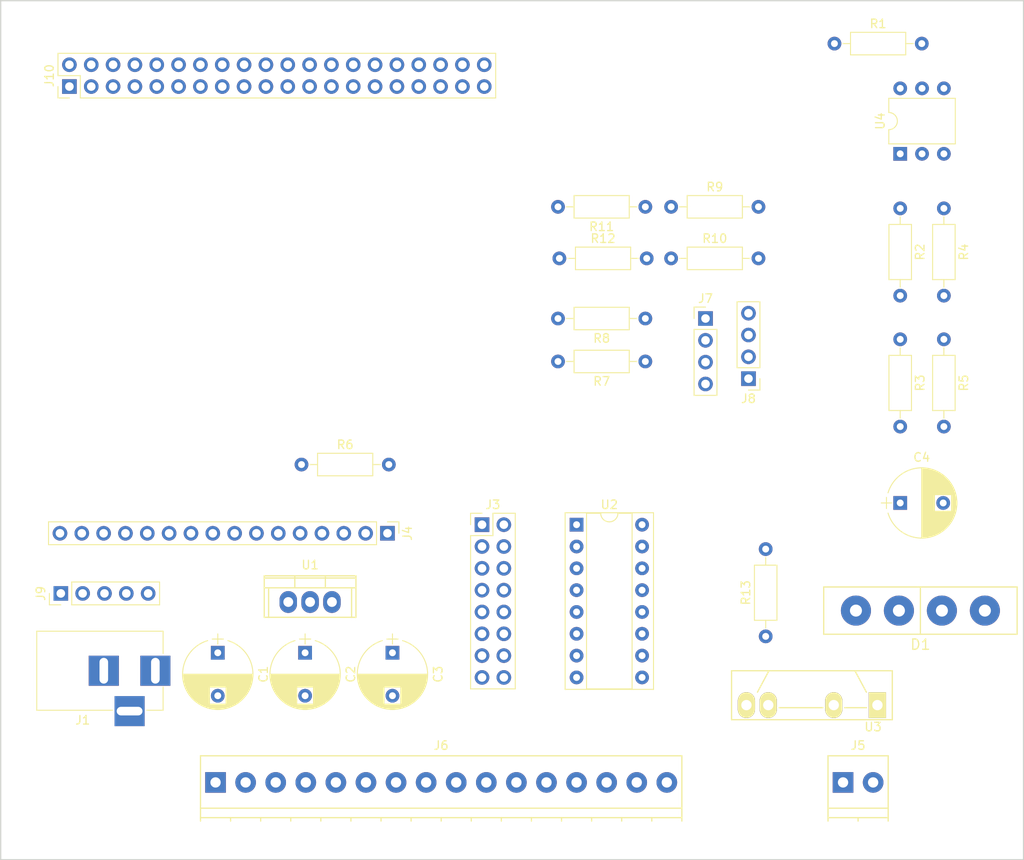
<source format=kicad_pcb>
(kicad_pcb (version 4) (host pcbnew 4.0.7)

  (general
    (links 109)
    (no_connects 109)
    (area 89.924999 48.924999 209.075001 149.075001)
    (thickness 1.6)
    (drawings 4)
    (tracks 0)
    (zones 0)
    (modules 31)
    (nets 65)
  )

  (page A4)
  (layers
    (0 F.Cu signal)
    (31 B.Cu signal)
    (32 B.Adhes user)
    (33 F.Adhes user)
    (34 B.Paste user)
    (35 F.Paste user)
    (36 B.SilkS user)
    (37 F.SilkS user)
    (38 B.Mask user)
    (39 F.Mask user)
    (40 Dwgs.User user)
    (41 Cmts.User user)
    (42 Eco1.User user)
    (43 Eco2.User user)
    (44 Edge.Cuts user)
    (45 Margin user)
    (46 B.CrtYd user)
    (47 F.CrtYd user)
    (48 B.Fab user)
    (49 F.Fab user)
  )

  (setup
    (last_trace_width 0.25)
    (trace_clearance 0.2)
    (zone_clearance 0.508)
    (zone_45_only no)
    (trace_min 0.2)
    (segment_width 0.2)
    (edge_width 0.15)
    (via_size 0.6)
    (via_drill 0.4)
    (via_min_size 0.4)
    (via_min_drill 0.3)
    (uvia_size 0.3)
    (uvia_drill 0.1)
    (uvias_allowed no)
    (uvia_min_size 0.2)
    (uvia_min_drill 0.1)
    (pcb_text_width 0.3)
    (pcb_text_size 1.5 1.5)
    (mod_edge_width 0.15)
    (mod_text_size 1 1)
    (mod_text_width 0.15)
    (pad_size 1.524 1.524)
    (pad_drill 0.762)
    (pad_to_mask_clearance 0.2)
    (aux_axis_origin 0 0)
    (visible_elements 7FFFFFFF)
    (pcbplotparams
      (layerselection 0x00030_80000001)
      (usegerberextensions false)
      (excludeedgelayer true)
      (linewidth 0.100000)
      (plotframeref false)
      (viasonmask false)
      (mode 1)
      (useauxorigin false)
      (hpglpennumber 1)
      (hpglpenspeed 20)
      (hpglpendiameter 15)
      (hpglpenoverlay 2)
      (psnegative false)
      (psa4output false)
      (plotreference true)
      (plotvalue true)
      (plotinvisibletext false)
      (padsonsilk false)
      (subtractmaskfromsilk false)
      (outputformat 1)
      (mirror false)
      (drillshape 1)
      (scaleselection 1)
      (outputdirectory ""))
  )

  (net 0 "")
  (net 1 GND)
  (net 2 "Net-(C4-Pad1)")
  (net 3 "Net-(C4-Pad2)")
  (net 4 "Net-(J3-Pad2)")
  (net 5 "Net-(J3-Pad4)")
  (net 6 "Net-(J3-Pad6)")
  (net 7 "Net-(J3-Pad8)")
  (net 8 "Net-(J3-Pad10)")
  (net 9 "Net-(J3-Pad12)")
  (net 10 "Net-(J3-Pad14)")
  (net 11 "Net-(J3-Pad16)")
  (net 12 "Net-(J4-Pad3)")
  (net 13 "Net-(J8-Pad1)")
  (net 14 AC_sens)
  (net 15 "Net-(R2-Pad1)")
  (net 16 "Net-(R2-Pad2)")
  (net 17 "Net-(R4-Pad1)")
  (net 18 "Net-(R4-Pad2)")
  (net 19 "Net-(J8-Pad4)")
  (net 20 "Net-(R13-Pad1)")
  (net 21 +5V)
  (net 22 +3.3VA)
  (net 23 +3V3)
  (net 24 sda)
  (net 25 scl)
  (net 26 spi_mosi)
  (net 27 spi_miso)
  (net 28 spi_clk)
  (net 29 spi_cs_0)
  (net 30 heat_trig)
  (net 31 /lcd1)
  (net 32 /lcd2)
  (net 33 "Net-(J4-Pad7)")
  (net 34 "Net-(J4-Pad8)")
  (net 35 "Net-(J4-Pad9)")
  (net 36 "Net-(J4-Pad10)")
  (net 37 /lcd3)
  (net 38 /lcd4)
  (net 39 /lcd5)
  (net 40 /lcd6)
  (net 41 "Net-(J7-Pad1)")
  (net 42 "Net-(J9-Pad5)")
  (net 43 "Net-(J10-Pad7)")
  (net 44 "Net-(J10-Pad11)")
  (net 45 "Net-(J10-Pad13)")
  (net 46 "Net-(J10-Pad14)")
  (net 47 "Net-(J10-Pad15)")
  (net 48 "Net-(J10-Pad20)")
  (net 49 "Net-(J10-Pad26)")
  (net 50 "Net-(J10-Pad27)")
  (net 51 "Net-(J10-Pad28)")
  (net 52 /led1)
  (net 53 /led2)
  (net 54 "Net-(J10-Pad32)")
  (net 55 /btn1)
  (net 56 /btn2)
  (net 57 "Net-(J10-Pad36)")
  (net 58 "Net-(J10-Pad37)")
  (net 59 "Net-(J7-Pad4)")
  (net 60 "Net-(U4-Pad3)")
  (net 61 "Net-(U4-Pad6)")
  (net 62 "Net-(J1-Pad3)")
  (net 63 /220L)
  (net 64 /220N)

  (net_class Default "Dies ist die voreingestellte Netzklasse."
    (clearance 0.2)
    (trace_width 0.25)
    (via_dia 0.6)
    (via_drill 0.4)
    (uvia_dia 0.3)
    (uvia_drill 0.1)
    (add_net +3.3VA)
    (add_net +3V3)
    (add_net +5V)
    (add_net /220L)
    (add_net /220N)
    (add_net /btn1)
    (add_net /btn2)
    (add_net /lcd1)
    (add_net /lcd2)
    (add_net /lcd3)
    (add_net /lcd4)
    (add_net /lcd5)
    (add_net /lcd6)
    (add_net /led1)
    (add_net /led2)
    (add_net AC_sens)
    (add_net GND)
    (add_net "Net-(C4-Pad1)")
    (add_net "Net-(C4-Pad2)")
    (add_net "Net-(J1-Pad3)")
    (add_net "Net-(J10-Pad11)")
    (add_net "Net-(J10-Pad13)")
    (add_net "Net-(J10-Pad14)")
    (add_net "Net-(J10-Pad15)")
    (add_net "Net-(J10-Pad20)")
    (add_net "Net-(J10-Pad26)")
    (add_net "Net-(J10-Pad27)")
    (add_net "Net-(J10-Pad28)")
    (add_net "Net-(J10-Pad32)")
    (add_net "Net-(J10-Pad36)")
    (add_net "Net-(J10-Pad37)")
    (add_net "Net-(J10-Pad7)")
    (add_net "Net-(J3-Pad10)")
    (add_net "Net-(J3-Pad12)")
    (add_net "Net-(J3-Pad14)")
    (add_net "Net-(J3-Pad16)")
    (add_net "Net-(J3-Pad2)")
    (add_net "Net-(J3-Pad4)")
    (add_net "Net-(J3-Pad6)")
    (add_net "Net-(J3-Pad8)")
    (add_net "Net-(J4-Pad10)")
    (add_net "Net-(J4-Pad3)")
    (add_net "Net-(J4-Pad7)")
    (add_net "Net-(J4-Pad8)")
    (add_net "Net-(J4-Pad9)")
    (add_net "Net-(J7-Pad1)")
    (add_net "Net-(J7-Pad4)")
    (add_net "Net-(J8-Pad1)")
    (add_net "Net-(J8-Pad4)")
    (add_net "Net-(J9-Pad5)")
    (add_net "Net-(R13-Pad1)")
    (add_net "Net-(R2-Pad1)")
    (add_net "Net-(R2-Pad2)")
    (add_net "Net-(R4-Pad1)")
    (add_net "Net-(R4-Pad2)")
    (add_net "Net-(U4-Pad3)")
    (add_net "Net-(U4-Pad6)")
    (add_net heat_trig)
    (add_net scl)
    (add_net sda)
    (add_net spi_clk)
    (add_net spi_cs_0)
    (add_net spi_miso)
    (add_net spi_mosi)
  )

  (module Capacitors_THT:CP_Radial_D8.0mm_P5.00mm (layer F.Cu) (tedit 597BC7C2) (tstamp 5B035C20)
    (at 115.26 124.91 270)
    (descr "CP, Radial series, Radial, pin pitch=5.00mm, , diameter=8mm, Electrolytic Capacitor")
    (tags "CP Radial series Radial pin pitch 5.00mm  diameter 8mm Electrolytic Capacitor")
    (path /5B02F971)
    (fp_text reference C1 (at 2.5 -5.31 270) (layer F.SilkS)
      (effects (font (size 1 1) (thickness 0.15)))
    )
    (fp_text value CP (at 2.5 5.31 270) (layer F.Fab)
      (effects (font (size 1 1) (thickness 0.15)))
    )
    (fp_arc (start 2.5 0) (end -1.416082 -1.18) (angle 146.5) (layer F.SilkS) (width 0.12))
    (fp_arc (start 2.5 0) (end -1.416082 1.18) (angle -146.5) (layer F.SilkS) (width 0.12))
    (fp_arc (start 2.5 0) (end 6.416082 -1.18) (angle 33.5) (layer F.SilkS) (width 0.12))
    (fp_circle (center 2.5 0) (end 6.5 0) (layer F.Fab) (width 0.1))
    (fp_line (start -2.2 0) (end -1 0) (layer F.Fab) (width 0.1))
    (fp_line (start -1.6 -0.65) (end -1.6 0.65) (layer F.Fab) (width 0.1))
    (fp_line (start 2.5 -4.05) (end 2.5 4.05) (layer F.SilkS) (width 0.12))
    (fp_line (start 2.54 -4.05) (end 2.54 4.05) (layer F.SilkS) (width 0.12))
    (fp_line (start 2.58 -4.05) (end 2.58 4.05) (layer F.SilkS) (width 0.12))
    (fp_line (start 2.62 -4.049) (end 2.62 4.049) (layer F.SilkS) (width 0.12))
    (fp_line (start 2.66 -4.047) (end 2.66 4.047) (layer F.SilkS) (width 0.12))
    (fp_line (start 2.7 -4.046) (end 2.7 4.046) (layer F.SilkS) (width 0.12))
    (fp_line (start 2.74 -4.043) (end 2.74 4.043) (layer F.SilkS) (width 0.12))
    (fp_line (start 2.78 -4.041) (end 2.78 4.041) (layer F.SilkS) (width 0.12))
    (fp_line (start 2.82 -4.038) (end 2.82 4.038) (layer F.SilkS) (width 0.12))
    (fp_line (start 2.86 -4.035) (end 2.86 4.035) (layer F.SilkS) (width 0.12))
    (fp_line (start 2.9 -4.031) (end 2.9 4.031) (layer F.SilkS) (width 0.12))
    (fp_line (start 2.94 -4.027) (end 2.94 4.027) (layer F.SilkS) (width 0.12))
    (fp_line (start 2.98 -4.022) (end 2.98 4.022) (layer F.SilkS) (width 0.12))
    (fp_line (start 3.02 -4.017) (end 3.02 4.017) (layer F.SilkS) (width 0.12))
    (fp_line (start 3.06 -4.012) (end 3.06 4.012) (layer F.SilkS) (width 0.12))
    (fp_line (start 3.1 -4.006) (end 3.1 4.006) (layer F.SilkS) (width 0.12))
    (fp_line (start 3.14 -4) (end 3.14 4) (layer F.SilkS) (width 0.12))
    (fp_line (start 3.18 -3.994) (end 3.18 3.994) (layer F.SilkS) (width 0.12))
    (fp_line (start 3.221 -3.987) (end 3.221 3.987) (layer F.SilkS) (width 0.12))
    (fp_line (start 3.261 -3.979) (end 3.261 3.979) (layer F.SilkS) (width 0.12))
    (fp_line (start 3.301 -3.971) (end 3.301 3.971) (layer F.SilkS) (width 0.12))
    (fp_line (start 3.341 -3.963) (end 3.341 3.963) (layer F.SilkS) (width 0.12))
    (fp_line (start 3.381 -3.955) (end 3.381 3.955) (layer F.SilkS) (width 0.12))
    (fp_line (start 3.421 -3.946) (end 3.421 3.946) (layer F.SilkS) (width 0.12))
    (fp_line (start 3.461 -3.936) (end 3.461 3.936) (layer F.SilkS) (width 0.12))
    (fp_line (start 3.501 -3.926) (end 3.501 3.926) (layer F.SilkS) (width 0.12))
    (fp_line (start 3.541 -3.916) (end 3.541 3.916) (layer F.SilkS) (width 0.12))
    (fp_line (start 3.581 -3.905) (end 3.581 3.905) (layer F.SilkS) (width 0.12))
    (fp_line (start 3.621 -3.894) (end 3.621 3.894) (layer F.SilkS) (width 0.12))
    (fp_line (start 3.661 -3.883) (end 3.661 3.883) (layer F.SilkS) (width 0.12))
    (fp_line (start 3.701 -3.87) (end 3.701 3.87) (layer F.SilkS) (width 0.12))
    (fp_line (start 3.741 -3.858) (end 3.741 3.858) (layer F.SilkS) (width 0.12))
    (fp_line (start 3.781 -3.845) (end 3.781 3.845) (layer F.SilkS) (width 0.12))
    (fp_line (start 3.821 -3.832) (end 3.821 3.832) (layer F.SilkS) (width 0.12))
    (fp_line (start 3.861 -3.818) (end 3.861 3.818) (layer F.SilkS) (width 0.12))
    (fp_line (start 3.901 -3.803) (end 3.901 3.803) (layer F.SilkS) (width 0.12))
    (fp_line (start 3.941 -3.789) (end 3.941 3.789) (layer F.SilkS) (width 0.12))
    (fp_line (start 3.981 -3.773) (end 3.981 3.773) (layer F.SilkS) (width 0.12))
    (fp_line (start 4.021 -3.758) (end 4.021 -0.98) (layer F.SilkS) (width 0.12))
    (fp_line (start 4.021 0.98) (end 4.021 3.758) (layer F.SilkS) (width 0.12))
    (fp_line (start 4.061 -3.741) (end 4.061 -0.98) (layer F.SilkS) (width 0.12))
    (fp_line (start 4.061 0.98) (end 4.061 3.741) (layer F.SilkS) (width 0.12))
    (fp_line (start 4.101 -3.725) (end 4.101 -0.98) (layer F.SilkS) (width 0.12))
    (fp_line (start 4.101 0.98) (end 4.101 3.725) (layer F.SilkS) (width 0.12))
    (fp_line (start 4.141 -3.707) (end 4.141 -0.98) (layer F.SilkS) (width 0.12))
    (fp_line (start 4.141 0.98) (end 4.141 3.707) (layer F.SilkS) (width 0.12))
    (fp_line (start 4.181 -3.69) (end 4.181 -0.98) (layer F.SilkS) (width 0.12))
    (fp_line (start 4.181 0.98) (end 4.181 3.69) (layer F.SilkS) (width 0.12))
    (fp_line (start 4.221 -3.671) (end 4.221 -0.98) (layer F.SilkS) (width 0.12))
    (fp_line (start 4.221 0.98) (end 4.221 3.671) (layer F.SilkS) (width 0.12))
    (fp_line (start 4.261 -3.652) (end 4.261 -0.98) (layer F.SilkS) (width 0.12))
    (fp_line (start 4.261 0.98) (end 4.261 3.652) (layer F.SilkS) (width 0.12))
    (fp_line (start 4.301 -3.633) (end 4.301 -0.98) (layer F.SilkS) (width 0.12))
    (fp_line (start 4.301 0.98) (end 4.301 3.633) (layer F.SilkS) (width 0.12))
    (fp_line (start 4.341 -3.613) (end 4.341 -0.98) (layer F.SilkS) (width 0.12))
    (fp_line (start 4.341 0.98) (end 4.341 3.613) (layer F.SilkS) (width 0.12))
    (fp_line (start 4.381 -3.593) (end 4.381 -0.98) (layer F.SilkS) (width 0.12))
    (fp_line (start 4.381 0.98) (end 4.381 3.593) (layer F.SilkS) (width 0.12))
    (fp_line (start 4.421 -3.572) (end 4.421 -0.98) (layer F.SilkS) (width 0.12))
    (fp_line (start 4.421 0.98) (end 4.421 3.572) (layer F.SilkS) (width 0.12))
    (fp_line (start 4.461 -3.55) (end 4.461 -0.98) (layer F.SilkS) (width 0.12))
    (fp_line (start 4.461 0.98) (end 4.461 3.55) (layer F.SilkS) (width 0.12))
    (fp_line (start 4.501 -3.528) (end 4.501 -0.98) (layer F.SilkS) (width 0.12))
    (fp_line (start 4.501 0.98) (end 4.501 3.528) (layer F.SilkS) (width 0.12))
    (fp_line (start 4.541 -3.505) (end 4.541 -0.98) (layer F.SilkS) (width 0.12))
    (fp_line (start 4.541 0.98) (end 4.541 3.505) (layer F.SilkS) (width 0.12))
    (fp_line (start 4.581 -3.482) (end 4.581 -0.98) (layer F.SilkS) (width 0.12))
    (fp_line (start 4.581 0.98) (end 4.581 3.482) (layer F.SilkS) (width 0.12))
    (fp_line (start 4.621 -3.458) (end 4.621 -0.98) (layer F.SilkS) (width 0.12))
    (fp_line (start 4.621 0.98) (end 4.621 3.458) (layer F.SilkS) (width 0.12))
    (fp_line (start 4.661 -3.434) (end 4.661 -0.98) (layer F.SilkS) (width 0.12))
    (fp_line (start 4.661 0.98) (end 4.661 3.434) (layer F.SilkS) (width 0.12))
    (fp_line (start 4.701 -3.408) (end 4.701 -0.98) (layer F.SilkS) (width 0.12))
    (fp_line (start 4.701 0.98) (end 4.701 3.408) (layer F.SilkS) (width 0.12))
    (fp_line (start 4.741 -3.383) (end 4.741 -0.98) (layer F.SilkS) (width 0.12))
    (fp_line (start 4.741 0.98) (end 4.741 3.383) (layer F.SilkS) (width 0.12))
    (fp_line (start 4.781 -3.356) (end 4.781 -0.98) (layer F.SilkS) (width 0.12))
    (fp_line (start 4.781 0.98) (end 4.781 3.356) (layer F.SilkS) (width 0.12))
    (fp_line (start 4.821 -3.329) (end 4.821 -0.98) (layer F.SilkS) (width 0.12))
    (fp_line (start 4.821 0.98) (end 4.821 3.329) (layer F.SilkS) (width 0.12))
    (fp_line (start 4.861 -3.301) (end 4.861 -0.98) (layer F.SilkS) (width 0.12))
    (fp_line (start 4.861 0.98) (end 4.861 3.301) (layer F.SilkS) (width 0.12))
    (fp_line (start 4.901 -3.272) (end 4.901 -0.98) (layer F.SilkS) (width 0.12))
    (fp_line (start 4.901 0.98) (end 4.901 3.272) (layer F.SilkS) (width 0.12))
    (fp_line (start 4.941 -3.243) (end 4.941 -0.98) (layer F.SilkS) (width 0.12))
    (fp_line (start 4.941 0.98) (end 4.941 3.243) (layer F.SilkS) (width 0.12))
    (fp_line (start 4.981 -3.213) (end 4.981 -0.98) (layer F.SilkS) (width 0.12))
    (fp_line (start 4.981 0.98) (end 4.981 3.213) (layer F.SilkS) (width 0.12))
    (fp_line (start 5.021 -3.182) (end 5.021 -0.98) (layer F.SilkS) (width 0.12))
    (fp_line (start 5.021 0.98) (end 5.021 3.182) (layer F.SilkS) (width 0.12))
    (fp_line (start 5.061 -3.15) (end 5.061 -0.98) (layer F.SilkS) (width 0.12))
    (fp_line (start 5.061 0.98) (end 5.061 3.15) (layer F.SilkS) (width 0.12))
    (fp_line (start 5.101 -3.118) (end 5.101 -0.98) (layer F.SilkS) (width 0.12))
    (fp_line (start 5.101 0.98) (end 5.101 3.118) (layer F.SilkS) (width 0.12))
    (fp_line (start 5.141 -3.084) (end 5.141 -0.98) (layer F.SilkS) (width 0.12))
    (fp_line (start 5.141 0.98) (end 5.141 3.084) (layer F.SilkS) (width 0.12))
    (fp_line (start 5.181 -3.05) (end 5.181 -0.98) (layer F.SilkS) (width 0.12))
    (fp_line (start 5.181 0.98) (end 5.181 3.05) (layer F.SilkS) (width 0.12))
    (fp_line (start 5.221 -3.015) (end 5.221 -0.98) (layer F.SilkS) (width 0.12))
    (fp_line (start 5.221 0.98) (end 5.221 3.015) (layer F.SilkS) (width 0.12))
    (fp_line (start 5.261 -2.979) (end 5.261 -0.98) (layer F.SilkS) (width 0.12))
    (fp_line (start 5.261 0.98) (end 5.261 2.979) (layer F.SilkS) (width 0.12))
    (fp_line (start 5.301 -2.942) (end 5.301 -0.98) (layer F.SilkS) (width 0.12))
    (fp_line (start 5.301 0.98) (end 5.301 2.942) (layer F.SilkS) (width 0.12))
    (fp_line (start 5.341 -2.904) (end 5.341 -0.98) (layer F.SilkS) (width 0.12))
    (fp_line (start 5.341 0.98) (end 5.341 2.904) (layer F.SilkS) (width 0.12))
    (fp_line (start 5.381 -2.865) (end 5.381 -0.98) (layer F.SilkS) (width 0.12))
    (fp_line (start 5.381 0.98) (end 5.381 2.865) (layer F.SilkS) (width 0.12))
    (fp_line (start 5.421 -2.824) (end 5.421 -0.98) (layer F.SilkS) (width 0.12))
    (fp_line (start 5.421 0.98) (end 5.421 2.824) (layer F.SilkS) (width 0.12))
    (fp_line (start 5.461 -2.783) (end 5.461 -0.98) (layer F.SilkS) (width 0.12))
    (fp_line (start 5.461 0.98) (end 5.461 2.783) (layer F.SilkS) (width 0.12))
    (fp_line (start 5.501 -2.74) (end 5.501 -0.98) (layer F.SilkS) (width 0.12))
    (fp_line (start 5.501 0.98) (end 5.501 2.74) (layer F.SilkS) (width 0.12))
    (fp_line (start 5.541 -2.697) (end 5.541 -0.98) (layer F.SilkS) (width 0.12))
    (fp_line (start 5.541 0.98) (end 5.541 2.697) (layer F.SilkS) (width 0.12))
    (fp_line (start 5.581 -2.652) (end 5.581 -0.98) (layer F.SilkS) (width 0.12))
    (fp_line (start 5.581 0.98) (end 5.581 2.652) (layer F.SilkS) (width 0.12))
    (fp_line (start 5.621 -2.605) (end 5.621 -0.98) (layer F.SilkS) (width 0.12))
    (fp_line (start 5.621 0.98) (end 5.621 2.605) (layer F.SilkS) (width 0.12))
    (fp_line (start 5.661 -2.557) (end 5.661 -0.98) (layer F.SilkS) (width 0.12))
    (fp_line (start 5.661 0.98) (end 5.661 2.557) (layer F.SilkS) (width 0.12))
    (fp_line (start 5.701 -2.508) (end 5.701 -0.98) (layer F.SilkS) (width 0.12))
    (fp_line (start 5.701 0.98) (end 5.701 2.508) (layer F.SilkS) (width 0.12))
    (fp_line (start 5.741 -2.457) (end 5.741 -0.98) (layer F.SilkS) (width 0.12))
    (fp_line (start 5.741 0.98) (end 5.741 2.457) (layer F.SilkS) (width 0.12))
    (fp_line (start 5.781 -2.404) (end 5.781 -0.98) (layer F.SilkS) (width 0.12))
    (fp_line (start 5.781 0.98) (end 5.781 2.404) (layer F.SilkS) (width 0.12))
    (fp_line (start 5.821 -2.349) (end 5.821 -0.98) (layer F.SilkS) (width 0.12))
    (fp_line (start 5.821 0.98) (end 5.821 2.349) (layer F.SilkS) (width 0.12))
    (fp_line (start 5.861 -2.293) (end 5.861 -0.98) (layer F.SilkS) (width 0.12))
    (fp_line (start 5.861 0.98) (end 5.861 2.293) (layer F.SilkS) (width 0.12))
    (fp_line (start 5.901 -2.234) (end 5.901 -0.98) (layer F.SilkS) (width 0.12))
    (fp_line (start 5.901 0.98) (end 5.901 2.234) (layer F.SilkS) (width 0.12))
    (fp_line (start 5.941 -2.173) (end 5.941 -0.98) (layer F.SilkS) (width 0.12))
    (fp_line (start 5.941 0.98) (end 5.941 2.173) (layer F.SilkS) (width 0.12))
    (fp_line (start 5.981 -2.109) (end 5.981 2.109) (layer F.SilkS) (width 0.12))
    (fp_line (start 6.021 -2.043) (end 6.021 2.043) (layer F.SilkS) (width 0.12))
    (fp_line (start 6.061 -1.974) (end 6.061 1.974) (layer F.SilkS) (width 0.12))
    (fp_line (start 6.101 -1.902) (end 6.101 1.902) (layer F.SilkS) (width 0.12))
    (fp_line (start 6.141 -1.826) (end 6.141 1.826) (layer F.SilkS) (width 0.12))
    (fp_line (start 6.181 -1.745) (end 6.181 1.745) (layer F.SilkS) (width 0.12))
    (fp_line (start 6.221 -1.66) (end 6.221 1.66) (layer F.SilkS) (width 0.12))
    (fp_line (start 6.261 -1.57) (end 6.261 1.57) (layer F.SilkS) (width 0.12))
    (fp_line (start 6.301 -1.473) (end 6.301 1.473) (layer F.SilkS) (width 0.12))
    (fp_line (start 6.341 -1.369) (end 6.341 1.369) (layer F.SilkS) (width 0.12))
    (fp_line (start 6.381 -1.254) (end 6.381 1.254) (layer F.SilkS) (width 0.12))
    (fp_line (start 6.421 -1.127) (end 6.421 1.127) (layer F.SilkS) (width 0.12))
    (fp_line (start 6.461 -0.983) (end 6.461 0.983) (layer F.SilkS) (width 0.12))
    (fp_line (start 6.501 -0.814) (end 6.501 0.814) (layer F.SilkS) (width 0.12))
    (fp_line (start 6.541 -0.598) (end 6.541 0.598) (layer F.SilkS) (width 0.12))
    (fp_line (start 6.581 -0.246) (end 6.581 0.246) (layer F.SilkS) (width 0.12))
    (fp_line (start -2.2 0) (end -1 0) (layer F.SilkS) (width 0.12))
    (fp_line (start -1.6 -0.65) (end -1.6 0.65) (layer F.SilkS) (width 0.12))
    (fp_line (start -1.85 -4.35) (end -1.85 4.35) (layer F.CrtYd) (width 0.05))
    (fp_line (start -1.85 4.35) (end 6.85 4.35) (layer F.CrtYd) (width 0.05))
    (fp_line (start 6.85 4.35) (end 6.85 -4.35) (layer F.CrtYd) (width 0.05))
    (fp_line (start 6.85 -4.35) (end -1.85 -4.35) (layer F.CrtYd) (width 0.05))
    (fp_text user %R (at 2.5 0 270) (layer F.Fab)
      (effects (font (size 1 1) (thickness 0.15)))
    )
    (pad 1 thru_hole rect (at 0 0 270) (size 1.6 1.6) (drill 0.8) (layers *.Cu *.Mask)
      (net 21 +5V))
    (pad 2 thru_hole circle (at 5 0 270) (size 1.6 1.6) (drill 0.8) (layers *.Cu *.Mask)
      (net 1 GND))
    (model ${KISYS3DMOD}/Capacitors_THT.3dshapes/CP_Radial_D8.0mm_P5.00mm.wrl
      (at (xyz 0 0 0))
      (scale (xyz 1 1 1))
      (rotate (xyz 0 0 0))
    )
  )

  (module Capacitors_THT:CP_Radial_D8.0mm_P5.00mm (layer F.Cu) (tedit 597BC7C2) (tstamp 5B035C26)
    (at 125.42 124.91 270)
    (descr "CP, Radial series, Radial, pin pitch=5.00mm, , diameter=8mm, Electrolytic Capacitor")
    (tags "CP Radial series Radial pin pitch 5.00mm  diameter 8mm Electrolytic Capacitor")
    (path /5B02F9C6)
    (fp_text reference C2 (at 2.5 -5.31 270) (layer F.SilkS)
      (effects (font (size 1 1) (thickness 0.15)))
    )
    (fp_text value 22µF/50V (at 2.5 5.31 270) (layer F.Fab)
      (effects (font (size 1 1) (thickness 0.15)))
    )
    (fp_arc (start 2.5 0) (end -1.416082 -1.18) (angle 146.5) (layer F.SilkS) (width 0.12))
    (fp_arc (start 2.5 0) (end -1.416082 1.18) (angle -146.5) (layer F.SilkS) (width 0.12))
    (fp_arc (start 2.5 0) (end 6.416082 -1.18) (angle 33.5) (layer F.SilkS) (width 0.12))
    (fp_circle (center 2.5 0) (end 6.5 0) (layer F.Fab) (width 0.1))
    (fp_line (start -2.2 0) (end -1 0) (layer F.Fab) (width 0.1))
    (fp_line (start -1.6 -0.65) (end -1.6 0.65) (layer F.Fab) (width 0.1))
    (fp_line (start 2.5 -4.05) (end 2.5 4.05) (layer F.SilkS) (width 0.12))
    (fp_line (start 2.54 -4.05) (end 2.54 4.05) (layer F.SilkS) (width 0.12))
    (fp_line (start 2.58 -4.05) (end 2.58 4.05) (layer F.SilkS) (width 0.12))
    (fp_line (start 2.62 -4.049) (end 2.62 4.049) (layer F.SilkS) (width 0.12))
    (fp_line (start 2.66 -4.047) (end 2.66 4.047) (layer F.SilkS) (width 0.12))
    (fp_line (start 2.7 -4.046) (end 2.7 4.046) (layer F.SilkS) (width 0.12))
    (fp_line (start 2.74 -4.043) (end 2.74 4.043) (layer F.SilkS) (width 0.12))
    (fp_line (start 2.78 -4.041) (end 2.78 4.041) (layer F.SilkS) (width 0.12))
    (fp_line (start 2.82 -4.038) (end 2.82 4.038) (layer F.SilkS) (width 0.12))
    (fp_line (start 2.86 -4.035) (end 2.86 4.035) (layer F.SilkS) (width 0.12))
    (fp_line (start 2.9 -4.031) (end 2.9 4.031) (layer F.SilkS) (width 0.12))
    (fp_line (start 2.94 -4.027) (end 2.94 4.027) (layer F.SilkS) (width 0.12))
    (fp_line (start 2.98 -4.022) (end 2.98 4.022) (layer F.SilkS) (width 0.12))
    (fp_line (start 3.02 -4.017) (end 3.02 4.017) (layer F.SilkS) (width 0.12))
    (fp_line (start 3.06 -4.012) (end 3.06 4.012) (layer F.SilkS) (width 0.12))
    (fp_line (start 3.1 -4.006) (end 3.1 4.006) (layer F.SilkS) (width 0.12))
    (fp_line (start 3.14 -4) (end 3.14 4) (layer F.SilkS) (width 0.12))
    (fp_line (start 3.18 -3.994) (end 3.18 3.994) (layer F.SilkS) (width 0.12))
    (fp_line (start 3.221 -3.987) (end 3.221 3.987) (layer F.SilkS) (width 0.12))
    (fp_line (start 3.261 -3.979) (end 3.261 3.979) (layer F.SilkS) (width 0.12))
    (fp_line (start 3.301 -3.971) (end 3.301 3.971) (layer F.SilkS) (width 0.12))
    (fp_line (start 3.341 -3.963) (end 3.341 3.963) (layer F.SilkS) (width 0.12))
    (fp_line (start 3.381 -3.955) (end 3.381 3.955) (layer F.SilkS) (width 0.12))
    (fp_line (start 3.421 -3.946) (end 3.421 3.946) (layer F.SilkS) (width 0.12))
    (fp_line (start 3.461 -3.936) (end 3.461 3.936) (layer F.SilkS) (width 0.12))
    (fp_line (start 3.501 -3.926) (end 3.501 3.926) (layer F.SilkS) (width 0.12))
    (fp_line (start 3.541 -3.916) (end 3.541 3.916) (layer F.SilkS) (width 0.12))
    (fp_line (start 3.581 -3.905) (end 3.581 3.905) (layer F.SilkS) (width 0.12))
    (fp_line (start 3.621 -3.894) (end 3.621 3.894) (layer F.SilkS) (width 0.12))
    (fp_line (start 3.661 -3.883) (end 3.661 3.883) (layer F.SilkS) (width 0.12))
    (fp_line (start 3.701 -3.87) (end 3.701 3.87) (layer F.SilkS) (width 0.12))
    (fp_line (start 3.741 -3.858) (end 3.741 3.858) (layer F.SilkS) (width 0.12))
    (fp_line (start 3.781 -3.845) (end 3.781 3.845) (layer F.SilkS) (width 0.12))
    (fp_line (start 3.821 -3.832) (end 3.821 3.832) (layer F.SilkS) (width 0.12))
    (fp_line (start 3.861 -3.818) (end 3.861 3.818) (layer F.SilkS) (width 0.12))
    (fp_line (start 3.901 -3.803) (end 3.901 3.803) (layer F.SilkS) (width 0.12))
    (fp_line (start 3.941 -3.789) (end 3.941 3.789) (layer F.SilkS) (width 0.12))
    (fp_line (start 3.981 -3.773) (end 3.981 3.773) (layer F.SilkS) (width 0.12))
    (fp_line (start 4.021 -3.758) (end 4.021 -0.98) (layer F.SilkS) (width 0.12))
    (fp_line (start 4.021 0.98) (end 4.021 3.758) (layer F.SilkS) (width 0.12))
    (fp_line (start 4.061 -3.741) (end 4.061 -0.98) (layer F.SilkS) (width 0.12))
    (fp_line (start 4.061 0.98) (end 4.061 3.741) (layer F.SilkS) (width 0.12))
    (fp_line (start 4.101 -3.725) (end 4.101 -0.98) (layer F.SilkS) (width 0.12))
    (fp_line (start 4.101 0.98) (end 4.101 3.725) (layer F.SilkS) (width 0.12))
    (fp_line (start 4.141 -3.707) (end 4.141 -0.98) (layer F.SilkS) (width 0.12))
    (fp_line (start 4.141 0.98) (end 4.141 3.707) (layer F.SilkS) (width 0.12))
    (fp_line (start 4.181 -3.69) (end 4.181 -0.98) (layer F.SilkS) (width 0.12))
    (fp_line (start 4.181 0.98) (end 4.181 3.69) (layer F.SilkS) (width 0.12))
    (fp_line (start 4.221 -3.671) (end 4.221 -0.98) (layer F.SilkS) (width 0.12))
    (fp_line (start 4.221 0.98) (end 4.221 3.671) (layer F.SilkS) (width 0.12))
    (fp_line (start 4.261 -3.652) (end 4.261 -0.98) (layer F.SilkS) (width 0.12))
    (fp_line (start 4.261 0.98) (end 4.261 3.652) (layer F.SilkS) (width 0.12))
    (fp_line (start 4.301 -3.633) (end 4.301 -0.98) (layer F.SilkS) (width 0.12))
    (fp_line (start 4.301 0.98) (end 4.301 3.633) (layer F.SilkS) (width 0.12))
    (fp_line (start 4.341 -3.613) (end 4.341 -0.98) (layer F.SilkS) (width 0.12))
    (fp_line (start 4.341 0.98) (end 4.341 3.613) (layer F.SilkS) (width 0.12))
    (fp_line (start 4.381 -3.593) (end 4.381 -0.98) (layer F.SilkS) (width 0.12))
    (fp_line (start 4.381 0.98) (end 4.381 3.593) (layer F.SilkS) (width 0.12))
    (fp_line (start 4.421 -3.572) (end 4.421 -0.98) (layer F.SilkS) (width 0.12))
    (fp_line (start 4.421 0.98) (end 4.421 3.572) (layer F.SilkS) (width 0.12))
    (fp_line (start 4.461 -3.55) (end 4.461 -0.98) (layer F.SilkS) (width 0.12))
    (fp_line (start 4.461 0.98) (end 4.461 3.55) (layer F.SilkS) (width 0.12))
    (fp_line (start 4.501 -3.528) (end 4.501 -0.98) (layer F.SilkS) (width 0.12))
    (fp_line (start 4.501 0.98) (end 4.501 3.528) (layer F.SilkS) (width 0.12))
    (fp_line (start 4.541 -3.505) (end 4.541 -0.98) (layer F.SilkS) (width 0.12))
    (fp_line (start 4.541 0.98) (end 4.541 3.505) (layer F.SilkS) (width 0.12))
    (fp_line (start 4.581 -3.482) (end 4.581 -0.98) (layer F.SilkS) (width 0.12))
    (fp_line (start 4.581 0.98) (end 4.581 3.482) (layer F.SilkS) (width 0.12))
    (fp_line (start 4.621 -3.458) (end 4.621 -0.98) (layer F.SilkS) (width 0.12))
    (fp_line (start 4.621 0.98) (end 4.621 3.458) (layer F.SilkS) (width 0.12))
    (fp_line (start 4.661 -3.434) (end 4.661 -0.98) (layer F.SilkS) (width 0.12))
    (fp_line (start 4.661 0.98) (end 4.661 3.434) (layer F.SilkS) (width 0.12))
    (fp_line (start 4.701 -3.408) (end 4.701 -0.98) (layer F.SilkS) (width 0.12))
    (fp_line (start 4.701 0.98) (end 4.701 3.408) (layer F.SilkS) (width 0.12))
    (fp_line (start 4.741 -3.383) (end 4.741 -0.98) (layer F.SilkS) (width 0.12))
    (fp_line (start 4.741 0.98) (end 4.741 3.383) (layer F.SilkS) (width 0.12))
    (fp_line (start 4.781 -3.356) (end 4.781 -0.98) (layer F.SilkS) (width 0.12))
    (fp_line (start 4.781 0.98) (end 4.781 3.356) (layer F.SilkS) (width 0.12))
    (fp_line (start 4.821 -3.329) (end 4.821 -0.98) (layer F.SilkS) (width 0.12))
    (fp_line (start 4.821 0.98) (end 4.821 3.329) (layer F.SilkS) (width 0.12))
    (fp_line (start 4.861 -3.301) (end 4.861 -0.98) (layer F.SilkS) (width 0.12))
    (fp_line (start 4.861 0.98) (end 4.861 3.301) (layer F.SilkS) (width 0.12))
    (fp_line (start 4.901 -3.272) (end 4.901 -0.98) (layer F.SilkS) (width 0.12))
    (fp_line (start 4.901 0.98) (end 4.901 3.272) (layer F.SilkS) (width 0.12))
    (fp_line (start 4.941 -3.243) (end 4.941 -0.98) (layer F.SilkS) (width 0.12))
    (fp_line (start 4.941 0.98) (end 4.941 3.243) (layer F.SilkS) (width 0.12))
    (fp_line (start 4.981 -3.213) (end 4.981 -0.98) (layer F.SilkS) (width 0.12))
    (fp_line (start 4.981 0.98) (end 4.981 3.213) (layer F.SilkS) (width 0.12))
    (fp_line (start 5.021 -3.182) (end 5.021 -0.98) (layer F.SilkS) (width 0.12))
    (fp_line (start 5.021 0.98) (end 5.021 3.182) (layer F.SilkS) (width 0.12))
    (fp_line (start 5.061 -3.15) (end 5.061 -0.98) (layer F.SilkS) (width 0.12))
    (fp_line (start 5.061 0.98) (end 5.061 3.15) (layer F.SilkS) (width 0.12))
    (fp_line (start 5.101 -3.118) (end 5.101 -0.98) (layer F.SilkS) (width 0.12))
    (fp_line (start 5.101 0.98) (end 5.101 3.118) (layer F.SilkS) (width 0.12))
    (fp_line (start 5.141 -3.084) (end 5.141 -0.98) (layer F.SilkS) (width 0.12))
    (fp_line (start 5.141 0.98) (end 5.141 3.084) (layer F.SilkS) (width 0.12))
    (fp_line (start 5.181 -3.05) (end 5.181 -0.98) (layer F.SilkS) (width 0.12))
    (fp_line (start 5.181 0.98) (end 5.181 3.05) (layer F.SilkS) (width 0.12))
    (fp_line (start 5.221 -3.015) (end 5.221 -0.98) (layer F.SilkS) (width 0.12))
    (fp_line (start 5.221 0.98) (end 5.221 3.015) (layer F.SilkS) (width 0.12))
    (fp_line (start 5.261 -2.979) (end 5.261 -0.98) (layer F.SilkS) (width 0.12))
    (fp_line (start 5.261 0.98) (end 5.261 2.979) (layer F.SilkS) (width 0.12))
    (fp_line (start 5.301 -2.942) (end 5.301 -0.98) (layer F.SilkS) (width 0.12))
    (fp_line (start 5.301 0.98) (end 5.301 2.942) (layer F.SilkS) (width 0.12))
    (fp_line (start 5.341 -2.904) (end 5.341 -0.98) (layer F.SilkS) (width 0.12))
    (fp_line (start 5.341 0.98) (end 5.341 2.904) (layer F.SilkS) (width 0.12))
    (fp_line (start 5.381 -2.865) (end 5.381 -0.98) (layer F.SilkS) (width 0.12))
    (fp_line (start 5.381 0.98) (end 5.381 2.865) (layer F.SilkS) (width 0.12))
    (fp_line (start 5.421 -2.824) (end 5.421 -0.98) (layer F.SilkS) (width 0.12))
    (fp_line (start 5.421 0.98) (end 5.421 2.824) (layer F.SilkS) (width 0.12))
    (fp_line (start 5.461 -2.783) (end 5.461 -0.98) (layer F.SilkS) (width 0.12))
    (fp_line (start 5.461 0.98) (end 5.461 2.783) (layer F.SilkS) (width 0.12))
    (fp_line (start 5.501 -2.74) (end 5.501 -0.98) (layer F.SilkS) (width 0.12))
    (fp_line (start 5.501 0.98) (end 5.501 2.74) (layer F.SilkS) (width 0.12))
    (fp_line (start 5.541 -2.697) (end 5.541 -0.98) (layer F.SilkS) (width 0.12))
    (fp_line (start 5.541 0.98) (end 5.541 2.697) (layer F.SilkS) (width 0.12))
    (fp_line (start 5.581 -2.652) (end 5.581 -0.98) (layer F.SilkS) (width 0.12))
    (fp_line (start 5.581 0.98) (end 5.581 2.652) (layer F.SilkS) (width 0.12))
    (fp_line (start 5.621 -2.605) (end 5.621 -0.98) (layer F.SilkS) (width 0.12))
    (fp_line (start 5.621 0.98) (end 5.621 2.605) (layer F.SilkS) (width 0.12))
    (fp_line (start 5.661 -2.557) (end 5.661 -0.98) (layer F.SilkS) (width 0.12))
    (fp_line (start 5.661 0.98) (end 5.661 2.557) (layer F.SilkS) (width 0.12))
    (fp_line (start 5.701 -2.508) (end 5.701 -0.98) (layer F.SilkS) (width 0.12))
    (fp_line (start 5.701 0.98) (end 5.701 2.508) (layer F.SilkS) (width 0.12))
    (fp_line (start 5.741 -2.457) (end 5.741 -0.98) (layer F.SilkS) (width 0.12))
    (fp_line (start 5.741 0.98) (end 5.741 2.457) (layer F.SilkS) (width 0.12))
    (fp_line (start 5.781 -2.404) (end 5.781 -0.98) (layer F.SilkS) (width 0.12))
    (fp_line (start 5.781 0.98) (end 5.781 2.404) (layer F.SilkS) (width 0.12))
    (fp_line (start 5.821 -2.349) (end 5.821 -0.98) (layer F.SilkS) (width 0.12))
    (fp_line (start 5.821 0.98) (end 5.821 2.349) (layer F.SilkS) (width 0.12))
    (fp_line (start 5.861 -2.293) (end 5.861 -0.98) (layer F.SilkS) (width 0.12))
    (fp_line (start 5.861 0.98) (end 5.861 2.293) (layer F.SilkS) (width 0.12))
    (fp_line (start 5.901 -2.234) (end 5.901 -0.98) (layer F.SilkS) (width 0.12))
    (fp_line (start 5.901 0.98) (end 5.901 2.234) (layer F.SilkS) (width 0.12))
    (fp_line (start 5.941 -2.173) (end 5.941 -0.98) (layer F.SilkS) (width 0.12))
    (fp_line (start 5.941 0.98) (end 5.941 2.173) (layer F.SilkS) (width 0.12))
    (fp_line (start 5.981 -2.109) (end 5.981 2.109) (layer F.SilkS) (width 0.12))
    (fp_line (start 6.021 -2.043) (end 6.021 2.043) (layer F.SilkS) (width 0.12))
    (fp_line (start 6.061 -1.974) (end 6.061 1.974) (layer F.SilkS) (width 0.12))
    (fp_line (start 6.101 -1.902) (end 6.101 1.902) (layer F.SilkS) (width 0.12))
    (fp_line (start 6.141 -1.826) (end 6.141 1.826) (layer F.SilkS) (width 0.12))
    (fp_line (start 6.181 -1.745) (end 6.181 1.745) (layer F.SilkS) (width 0.12))
    (fp_line (start 6.221 -1.66) (end 6.221 1.66) (layer F.SilkS) (width 0.12))
    (fp_line (start 6.261 -1.57) (end 6.261 1.57) (layer F.SilkS) (width 0.12))
    (fp_line (start 6.301 -1.473) (end 6.301 1.473) (layer F.SilkS) (width 0.12))
    (fp_line (start 6.341 -1.369) (end 6.341 1.369) (layer F.SilkS) (width 0.12))
    (fp_line (start 6.381 -1.254) (end 6.381 1.254) (layer F.SilkS) (width 0.12))
    (fp_line (start 6.421 -1.127) (end 6.421 1.127) (layer F.SilkS) (width 0.12))
    (fp_line (start 6.461 -0.983) (end 6.461 0.983) (layer F.SilkS) (width 0.12))
    (fp_line (start 6.501 -0.814) (end 6.501 0.814) (layer F.SilkS) (width 0.12))
    (fp_line (start 6.541 -0.598) (end 6.541 0.598) (layer F.SilkS) (width 0.12))
    (fp_line (start 6.581 -0.246) (end 6.581 0.246) (layer F.SilkS) (width 0.12))
    (fp_line (start -2.2 0) (end -1 0) (layer F.SilkS) (width 0.12))
    (fp_line (start -1.6 -0.65) (end -1.6 0.65) (layer F.SilkS) (width 0.12))
    (fp_line (start -1.85 -4.35) (end -1.85 4.35) (layer F.CrtYd) (width 0.05))
    (fp_line (start -1.85 4.35) (end 6.85 4.35) (layer F.CrtYd) (width 0.05))
    (fp_line (start 6.85 4.35) (end 6.85 -4.35) (layer F.CrtYd) (width 0.05))
    (fp_line (start 6.85 -4.35) (end -1.85 -4.35) (layer F.CrtYd) (width 0.05))
    (fp_text user %R (at 2.5 0 270) (layer F.Fab)
      (effects (font (size 1 1) (thickness 0.15)))
    )
    (pad 1 thru_hole rect (at 0 0 270) (size 1.6 1.6) (drill 0.8) (layers *.Cu *.Mask)
      (net 22 +3.3VA))
    (pad 2 thru_hole circle (at 5 0 270) (size 1.6 1.6) (drill 0.8) (layers *.Cu *.Mask)
      (net 1 GND))
    (model ${KISYS3DMOD}/Capacitors_THT.3dshapes/CP_Radial_D8.0mm_P5.00mm.wrl
      (at (xyz 0 0 0))
      (scale (xyz 1 1 1))
      (rotate (xyz 0 0 0))
    )
  )

  (module Capacitors_THT:CP_Radial_D8.0mm_P5.00mm (layer F.Cu) (tedit 5B0813EB) (tstamp 5B035C2C)
    (at 135.58 124.91 270)
    (descr "CP, Radial series, Radial, pin pitch=5.00mm, , diameter=8mm, Electrolytic Capacitor")
    (tags "CP Radial series Radial pin pitch 5.00mm  diameter 8mm Electrolytic Capacitor")
    (path /5B02FA1B)
    (fp_text reference C3 (at 2.5 -5.31 270) (layer F.SilkS)
      (effects (font (size 1 1) (thickness 0.15)))
    )
    (fp_text value CP (at 2.5 5.31 270) (layer F.Fab)
      (effects (font (size 1 1) (thickness 0.15)))
    )
    (fp_arc (start 2.5 0) (end -1.416082 -1.18) (angle 146.5) (layer F.SilkS) (width 0.12))
    (fp_arc (start 2.5 0) (end -1.416082 1.18) (angle -146.5) (layer F.SilkS) (width 0.12))
    (fp_arc (start 2.5 0) (end 6.416082 -1.18) (angle 33.5) (layer F.SilkS) (width 0.12))
    (fp_circle (center 2.5 0) (end 6.5 0) (layer F.Fab) (width 0.1))
    (fp_line (start -2.2 0) (end -1 0) (layer F.Fab) (width 0.1))
    (fp_line (start -1.6 -0.65) (end -1.6 0.65) (layer F.Fab) (width 0.1))
    (fp_line (start 2.5 -4.05) (end 2.5 4.05) (layer F.SilkS) (width 0.12))
    (fp_line (start 2.54 -4.05) (end 2.54 4.05) (layer F.SilkS) (width 0.12))
    (fp_line (start 2.58 -4.05) (end 2.58 4.05) (layer F.SilkS) (width 0.12))
    (fp_line (start 2.62 -4.049) (end 2.62 4.049) (layer F.SilkS) (width 0.12))
    (fp_line (start 2.66 -4.047) (end 2.66 4.047) (layer F.SilkS) (width 0.12))
    (fp_line (start 2.7 -4.046) (end 2.7 4.046) (layer F.SilkS) (width 0.12))
    (fp_line (start 2.74 -4.043) (end 2.74 4.043) (layer F.SilkS) (width 0.12))
    (fp_line (start 2.78 -4.041) (end 2.78 4.041) (layer F.SilkS) (width 0.12))
    (fp_line (start 2.82 -4.038) (end 2.82 4.038) (layer F.SilkS) (width 0.12))
    (fp_line (start 2.86 -4.035) (end 2.86 4.035) (layer F.SilkS) (width 0.12))
    (fp_line (start 2.9 -4.031) (end 2.9 4.031) (layer F.SilkS) (width 0.12))
    (fp_line (start 2.94 -4.027) (end 2.94 4.027) (layer F.SilkS) (width 0.12))
    (fp_line (start 2.98 -4.022) (end 2.98 4.022) (layer F.SilkS) (width 0.12))
    (fp_line (start 3.02 -4.017) (end 3.02 4.017) (layer F.SilkS) (width 0.12))
    (fp_line (start 3.06 -4.012) (end 3.06 4.012) (layer F.SilkS) (width 0.12))
    (fp_line (start 3.1 -4.006) (end 3.1 4.006) (layer F.SilkS) (width 0.12))
    (fp_line (start 3.14 -4) (end 3.14 4) (layer F.SilkS) (width 0.12))
    (fp_line (start 3.18 -3.994) (end 3.18 3.994) (layer F.SilkS) (width 0.12))
    (fp_line (start 3.221 -3.987) (end 3.221 3.987) (layer F.SilkS) (width 0.12))
    (fp_line (start 3.261 -3.979) (end 3.261 3.979) (layer F.SilkS) (width 0.12))
    (fp_line (start 3.301 -3.971) (end 3.301 3.971) (layer F.SilkS) (width 0.12))
    (fp_line (start 3.341 -3.963) (end 3.341 3.963) (layer F.SilkS) (width 0.12))
    (fp_line (start 3.381 -3.955) (end 3.381 3.955) (layer F.SilkS) (width 0.12))
    (fp_line (start 3.421 -3.946) (end 3.421 3.946) (layer F.SilkS) (width 0.12))
    (fp_line (start 3.461 -3.936) (end 3.461 3.936) (layer F.SilkS) (width 0.12))
    (fp_line (start 3.501 -3.926) (end 3.501 3.926) (layer F.SilkS) (width 0.12))
    (fp_line (start 3.541 -3.916) (end 3.541 3.916) (layer F.SilkS) (width 0.12))
    (fp_line (start 3.581 -3.905) (end 3.581 3.905) (layer F.SilkS) (width 0.12))
    (fp_line (start 3.621 -3.894) (end 3.621 3.894) (layer F.SilkS) (width 0.12))
    (fp_line (start 3.661 -3.883) (end 3.661 3.883) (layer F.SilkS) (width 0.12))
    (fp_line (start 3.701 -3.87) (end 3.701 3.87) (layer F.SilkS) (width 0.12))
    (fp_line (start 3.741 -3.858) (end 3.741 3.858) (layer F.SilkS) (width 0.12))
    (fp_line (start 3.781 -3.845) (end 3.781 3.845) (layer F.SilkS) (width 0.12))
    (fp_line (start 3.821 -3.832) (end 3.821 3.832) (layer F.SilkS) (width 0.12))
    (fp_line (start 3.861 -3.818) (end 3.861 3.818) (layer F.SilkS) (width 0.12))
    (fp_line (start 3.901 -3.803) (end 3.901 3.803) (layer F.SilkS) (width 0.12))
    (fp_line (start 3.941 -3.789) (end 3.941 3.789) (layer F.SilkS) (width 0.12))
    (fp_line (start 3.981 -3.773) (end 3.981 3.773) (layer F.SilkS) (width 0.12))
    (fp_line (start 4.021 -3.758) (end 4.021 -0.98) (layer F.SilkS) (width 0.12))
    (fp_line (start 4.021 0.98) (end 4.021 3.758) (layer F.SilkS) (width 0.12))
    (fp_line (start 4.061 -3.741) (end 4.061 -0.98) (layer F.SilkS) (width 0.12))
    (fp_line (start 4.061 0.98) (end 4.061 3.741) (layer F.SilkS) (width 0.12))
    (fp_line (start 4.101 -3.725) (end 4.101 -0.98) (layer F.SilkS) (width 0.12))
    (fp_line (start 4.101 0.98) (end 4.101 3.725) (layer F.SilkS) (width 0.12))
    (fp_line (start 4.141 -3.707) (end 4.141 -0.98) (layer F.SilkS) (width 0.12))
    (fp_line (start 4.141 0.98) (end 4.141 3.707) (layer F.SilkS) (width 0.12))
    (fp_line (start 4.181 -3.69) (end 4.181 -0.98) (layer F.SilkS) (width 0.12))
    (fp_line (start 4.181 0.98) (end 4.181 3.69) (layer F.SilkS) (width 0.12))
    (fp_line (start 4.221 -3.671) (end 4.221 -0.98) (layer F.SilkS) (width 0.12))
    (fp_line (start 4.221 0.98) (end 4.221 3.671) (layer F.SilkS) (width 0.12))
    (fp_line (start 4.261 -3.652) (end 4.261 -0.98) (layer F.SilkS) (width 0.12))
    (fp_line (start 4.261 0.98) (end 4.261 3.652) (layer F.SilkS) (width 0.12))
    (fp_line (start 4.301 -3.633) (end 4.301 -0.98) (layer F.SilkS) (width 0.12))
    (fp_line (start 4.301 0.98) (end 4.301 3.633) (layer F.SilkS) (width 0.12))
    (fp_line (start 4.341 -3.613) (end 4.341 -0.98) (layer F.SilkS) (width 0.12))
    (fp_line (start 4.341 0.98) (end 4.341 3.613) (layer F.SilkS) (width 0.12))
    (fp_line (start 4.381 -3.593) (end 4.381 -0.98) (layer F.SilkS) (width 0.12))
    (fp_line (start 4.381 0.98) (end 4.381 3.593) (layer F.SilkS) (width 0.12))
    (fp_line (start 4.421 -3.572) (end 4.421 -0.98) (layer F.SilkS) (width 0.12))
    (fp_line (start 4.421 0.98) (end 4.421 3.572) (layer F.SilkS) (width 0.12))
    (fp_line (start 4.461 -3.55) (end 4.461 -0.98) (layer F.SilkS) (width 0.12))
    (fp_line (start 4.461 0.98) (end 4.461 3.55) (layer F.SilkS) (width 0.12))
    (fp_line (start 4.501 -3.528) (end 4.501 -0.98) (layer F.SilkS) (width 0.12))
    (fp_line (start 4.501 0.98) (end 4.501 3.528) (layer F.SilkS) (width 0.12))
    (fp_line (start 4.541 -3.505) (end 4.541 -0.98) (layer F.SilkS) (width 0.12))
    (fp_line (start 4.541 0.98) (end 4.541 3.505) (layer F.SilkS) (width 0.12))
    (fp_line (start 4.581 -3.482) (end 4.581 -0.98) (layer F.SilkS) (width 0.12))
    (fp_line (start 4.581 0.98) (end 4.581 3.482) (layer F.SilkS) (width 0.12))
    (fp_line (start 4.621 -3.458) (end 4.621 -0.98) (layer F.SilkS) (width 0.12))
    (fp_line (start 4.621 0.98) (end 4.621 3.458) (layer F.SilkS) (width 0.12))
    (fp_line (start 4.661 -3.434) (end 4.661 -0.98) (layer F.SilkS) (width 0.12))
    (fp_line (start 4.661 0.98) (end 4.661 3.434) (layer F.SilkS) (width 0.12))
    (fp_line (start 4.701 -3.408) (end 4.701 -0.98) (layer F.SilkS) (width 0.12))
    (fp_line (start 4.701 0.98) (end 4.701 3.408) (layer F.SilkS) (width 0.12))
    (fp_line (start 4.741 -3.383) (end 4.741 -0.98) (layer F.SilkS) (width 0.12))
    (fp_line (start 4.741 0.98) (end 4.741 3.383) (layer F.SilkS) (width 0.12))
    (fp_line (start 4.781 -3.356) (end 4.781 -0.98) (layer F.SilkS) (width 0.12))
    (fp_line (start 4.781 0.98) (end 4.781 3.356) (layer F.SilkS) (width 0.12))
    (fp_line (start 4.821 -3.329) (end 4.821 -0.98) (layer F.SilkS) (width 0.12))
    (fp_line (start 4.821 0.98) (end 4.821 3.329) (layer F.SilkS) (width 0.12))
    (fp_line (start 4.861 -3.301) (end 4.861 -0.98) (layer F.SilkS) (width 0.12))
    (fp_line (start 4.861 0.98) (end 4.861 3.301) (layer F.SilkS) (width 0.12))
    (fp_line (start 4.901 -3.272) (end 4.901 -0.98) (layer F.SilkS) (width 0.12))
    (fp_line (start 4.901 0.98) (end 4.901 3.272) (layer F.SilkS) (width 0.12))
    (fp_line (start 4.941 -3.243) (end 4.941 -0.98) (layer F.SilkS) (width 0.12))
    (fp_line (start 4.941 0.98) (end 4.941 3.243) (layer F.SilkS) (width 0.12))
    (fp_line (start 4.981 -3.213) (end 4.981 -0.98) (layer F.SilkS) (width 0.12))
    (fp_line (start 4.981 0.98) (end 4.981 3.213) (layer F.SilkS) (width 0.12))
    (fp_line (start 5.021 -3.182) (end 5.021 -0.98) (layer F.SilkS) (width 0.12))
    (fp_line (start 5.021 0.98) (end 5.021 3.182) (layer F.SilkS) (width 0.12))
    (fp_line (start 5.061 -3.15) (end 5.061 -0.98) (layer F.SilkS) (width 0.12))
    (fp_line (start 5.061 0.98) (end 5.061 3.15) (layer F.SilkS) (width 0.12))
    (fp_line (start 5.101 -3.118) (end 5.101 -0.98) (layer F.SilkS) (width 0.12))
    (fp_line (start 5.101 0.98) (end 5.101 3.118) (layer F.SilkS) (width 0.12))
    (fp_line (start 5.141 -3.084) (end 5.141 -0.98) (layer F.SilkS) (width 0.12))
    (fp_line (start 5.141 0.98) (end 5.141 3.084) (layer F.SilkS) (width 0.12))
    (fp_line (start 5.181 -3.05) (end 5.181 -0.98) (layer F.SilkS) (width 0.12))
    (fp_line (start 5.181 0.98) (end 5.181 3.05) (layer F.SilkS) (width 0.12))
    (fp_line (start 5.221 -3.015) (end 5.221 -0.98) (layer F.SilkS) (width 0.12))
    (fp_line (start 5.221 0.98) (end 5.221 3.015) (layer F.SilkS) (width 0.12))
    (fp_line (start 5.261 -2.979) (end 5.261 -0.98) (layer F.SilkS) (width 0.12))
    (fp_line (start 5.261 0.98) (end 5.261 2.979) (layer F.SilkS) (width 0.12))
    (fp_line (start 5.301 -2.942) (end 5.301 -0.98) (layer F.SilkS) (width 0.12))
    (fp_line (start 5.301 0.98) (end 5.301 2.942) (layer F.SilkS) (width 0.12))
    (fp_line (start 5.341 -2.904) (end 5.341 -0.98) (layer F.SilkS) (width 0.12))
    (fp_line (start 5.341 0.98) (end 5.341 2.904) (layer F.SilkS) (width 0.12))
    (fp_line (start 5.381 -2.865) (end 5.381 -0.98) (layer F.SilkS) (width 0.12))
    (fp_line (start 5.381 0.98) (end 5.381 2.865) (layer F.SilkS) (width 0.12))
    (fp_line (start 5.421 -2.824) (end 5.421 -0.98) (layer F.SilkS) (width 0.12))
    (fp_line (start 5.421 0.98) (end 5.421 2.824) (layer F.SilkS) (width 0.12))
    (fp_line (start 5.461 -2.783) (end 5.461 -0.98) (layer F.SilkS) (width 0.12))
    (fp_line (start 5.461 0.98) (end 5.461 2.783) (layer F.SilkS) (width 0.12))
    (fp_line (start 5.501 -2.74) (end 5.501 -0.98) (layer F.SilkS) (width 0.12))
    (fp_line (start 5.501 0.98) (end 5.501 2.74) (layer F.SilkS) (width 0.12))
    (fp_line (start 5.541 -2.697) (end 5.541 -0.98) (layer F.SilkS) (width 0.12))
    (fp_line (start 5.541 0.98) (end 5.541 2.697) (layer F.SilkS) (width 0.12))
    (fp_line (start 5.581 -2.652) (end 5.581 -0.98) (layer F.SilkS) (width 0.12))
    (fp_line (start 5.581 0.98) (end 5.581 2.652) (layer F.SilkS) (width 0.12))
    (fp_line (start 5.621 -2.605) (end 5.621 -0.98) (layer F.SilkS) (width 0.12))
    (fp_line (start 5.621 0.98) (end 5.621 2.605) (layer F.SilkS) (width 0.12))
    (fp_line (start 5.661 -2.557) (end 5.661 -0.98) (layer F.SilkS) (width 0.12))
    (fp_line (start 5.661 0.98) (end 5.661 2.557) (layer F.SilkS) (width 0.12))
    (fp_line (start 5.701 -2.508) (end 5.701 -0.98) (layer F.SilkS) (width 0.12))
    (fp_line (start 5.701 0.98) (end 5.701 2.508) (layer F.SilkS) (width 0.12))
    (fp_line (start 5.741 -2.457) (end 5.741 -0.98) (layer F.SilkS) (width 0.12))
    (fp_line (start 5.741 0.98) (end 5.741 2.457) (layer F.SilkS) (width 0.12))
    (fp_line (start 5.781 -2.404) (end 5.781 -0.98) (layer F.SilkS) (width 0.12))
    (fp_line (start 5.781 0.98) (end 5.781 2.404) (layer F.SilkS) (width 0.12))
    (fp_line (start 5.821 -2.349) (end 5.821 -0.98) (layer F.SilkS) (width 0.12))
    (fp_line (start 5.821 0.98) (end 5.821 2.349) (layer F.SilkS) (width 0.12))
    (fp_line (start 5.861 -2.293) (end 5.861 -0.98) (layer F.SilkS) (width 0.12))
    (fp_line (start 5.861 0.98) (end 5.861 2.293) (layer F.SilkS) (width 0.12))
    (fp_line (start 5.901 -2.234) (end 5.901 -0.98) (layer F.SilkS) (width 0.12))
    (fp_line (start 5.901 0.98) (end 5.901 2.234) (layer F.SilkS) (width 0.12))
    (fp_line (start 5.941 -2.173) (end 5.941 -0.98) (layer F.SilkS) (width 0.12))
    (fp_line (start 5.941 0.98) (end 5.941 2.173) (layer F.SilkS) (width 0.12))
    (fp_line (start 5.981 -2.109) (end 5.981 2.109) (layer F.SilkS) (width 0.12))
    (fp_line (start 6.021 -2.043) (end 6.021 2.043) (layer F.SilkS) (width 0.12))
    (fp_line (start 6.061 -1.974) (end 6.061 1.974) (layer F.SilkS) (width 0.12))
    (fp_line (start 6.101 -1.902) (end 6.101 1.902) (layer F.SilkS) (width 0.12))
    (fp_line (start 6.141 -1.826) (end 6.141 1.826) (layer F.SilkS) (width 0.12))
    (fp_line (start 6.181 -1.745) (end 6.181 1.745) (layer F.SilkS) (width 0.12))
    (fp_line (start 6.221 -1.66) (end 6.221 1.66) (layer F.SilkS) (width 0.12))
    (fp_line (start 6.261 -1.57) (end 6.261 1.57) (layer F.SilkS) (width 0.12))
    (fp_line (start 6.301 -1.473) (end 6.301 1.473) (layer F.SilkS) (width 0.12))
    (fp_line (start 6.341 -1.369) (end 6.341 1.369) (layer F.SilkS) (width 0.12))
    (fp_line (start 6.381 -1.254) (end 6.381 1.254) (layer F.SilkS) (width 0.12))
    (fp_line (start 6.421 -1.127) (end 6.421 1.127) (layer F.SilkS) (width 0.12))
    (fp_line (start 6.461 -0.983) (end 6.461 0.983) (layer F.SilkS) (width 0.12))
    (fp_line (start 6.501 -0.814) (end 6.501 0.814) (layer F.SilkS) (width 0.12))
    (fp_line (start 6.541 -0.598) (end 6.541 0.598) (layer F.SilkS) (width 0.12))
    (fp_line (start 6.581 -0.246) (end 6.581 0.246) (layer F.SilkS) (width 0.12))
    (fp_line (start -2.2 0) (end -1 0) (layer F.SilkS) (width 0.12))
    (fp_line (start -1.6 -0.65) (end -1.6 0.65) (layer F.SilkS) (width 0.12))
    (fp_line (start -1.85 -4.35) (end -1.85 4.35) (layer F.CrtYd) (width 0.05))
    (fp_line (start -1.85 4.35) (end 6.85 4.35) (layer F.CrtYd) (width 0.05))
    (fp_line (start 6.85 4.35) (end 6.85 -4.35) (layer F.CrtYd) (width 0.05))
    (fp_line (start 6.85 -4.35) (end -1.85 -4.35) (layer F.CrtYd) (width 0.05))
    (fp_text user %R (at 2.5 0 360) (layer F.Fab)
      (effects (font (size 1 1) (thickness 0.15)))
    )
    (pad 1 thru_hole rect (at 0 0 270) (size 1.6 1.6) (drill 0.8) (layers *.Cu *.Mask)
      (net 22 +3.3VA))
    (pad 2 thru_hole circle (at 5 0 270) (size 1.6 1.6) (drill 0.8) (layers *.Cu *.Mask)
      (net 1 GND))
    (model ${KISYS3DMOD}/Capacitors_THT.3dshapes/CP_Radial_D8.0mm_P5.00mm.wrl
      (at (xyz 0 0 0))
      (scale (xyz 1 1 1))
      (rotate (xyz 0 0 0))
    )
  )

  (module custom:SIP-4 (layer F.Cu) (tedit 5B02DC6E) (tstamp 5B035C3A)
    (at 197 120)
    (path /5B02B160)
    (fp_text reference D1 (at 0 3.95) (layer F.SilkS)
      (effects (font (size 1.2 1.2) (thickness 0.15)))
    )
    (fp_text value D_Bridge_+-AA (at 0 -3.95) (layer F.Fab)
      (effects (font (size 1.2 1.2) (thickness 0.15)))
    )
    (fp_text user ~ (at -2.54 3.81) (layer F.Fab)
      (effects (font (size 1 1) (thickness 0.15)))
    )
    (fp_text user ~ (at -2.54 3.81) (layer F.Fab)
      (effects (font (size 2 2) (thickness 0.2)))
    )
    (fp_text user - (at 7.62 3.81) (layer F.Fab)
      (effects (font (size 2 2) (thickness 0.2)))
    )
    (fp_text user + (at -7.62 3.81) (layer F.Fab)
      (effects (font (size 2 2) (thickness 0.2)))
    )
    (fp_line (start -11.25 -2.75) (end 11.25 -2.75) (layer F.SilkS) (width 0.15))
    (fp_line (start 11.25 -2.75) (end 11.25 2.75) (layer F.SilkS) (width 0.15))
    (fp_line (start 11.25 2.75) (end -11.25 2.75) (layer F.SilkS) (width 0.15))
    (fp_line (start -11.25 2.75) (end -11.25 -2.75) (layer F.SilkS) (width 0.15))
    (fp_line (start 0 -2.75) (end 0 2.75) (layer F.SilkS) (width 0.15))
    (pad 1 thru_hole circle (at -7.5 0) (size 3.5 3.5) (drill 1.4) (layers *.Cu *.Mask)
      (net 2 "Net-(C4-Pad1)"))
    (pad 2 thru_hole circle (at -2.5 0) (size 3.5 3.5) (drill 1.4) (layers *.Cu *.Mask)
      (net 3 "Net-(C4-Pad2)"))
    (pad 3 thru_hole circle (at 2.5 0) (size 3.5 3.5) (drill 1.4) (layers *.Cu *.Mask)
      (net 63 /220L))
    (pad 4 thru_hole circle (at 7.5 0) (size 3.5 3.5) (drill 1.4) (layers *.Cu *.Mask)
      (net 64 /220N))
  )

  (module Pin_Headers:Pin_Header_Straight_2x08_Pitch2.54mm (layer F.Cu) (tedit 59650532) (tstamp 5B035C55)
    (at 146 110)
    (descr "Through hole straight pin header, 2x08, 2.54mm pitch, double rows")
    (tags "Through hole pin header THT 2x08 2.54mm double row")
    (path /5B01EEC3)
    (fp_text reference J3 (at 1.27 -2.33) (layer F.SilkS)
      (effects (font (size 1 1) (thickness 0.15)))
    )
    (fp_text value Conn_02x08_Odd_Even (at 1.27 20.11) (layer F.Fab)
      (effects (font (size 1 1) (thickness 0.15)))
    )
    (fp_line (start 0 -1.27) (end 3.81 -1.27) (layer F.Fab) (width 0.1))
    (fp_line (start 3.81 -1.27) (end 3.81 19.05) (layer F.Fab) (width 0.1))
    (fp_line (start 3.81 19.05) (end -1.27 19.05) (layer F.Fab) (width 0.1))
    (fp_line (start -1.27 19.05) (end -1.27 0) (layer F.Fab) (width 0.1))
    (fp_line (start -1.27 0) (end 0 -1.27) (layer F.Fab) (width 0.1))
    (fp_line (start -1.33 19.11) (end 3.87 19.11) (layer F.SilkS) (width 0.12))
    (fp_line (start -1.33 1.27) (end -1.33 19.11) (layer F.SilkS) (width 0.12))
    (fp_line (start 3.87 -1.33) (end 3.87 19.11) (layer F.SilkS) (width 0.12))
    (fp_line (start -1.33 1.27) (end 1.27 1.27) (layer F.SilkS) (width 0.12))
    (fp_line (start 1.27 1.27) (end 1.27 -1.33) (layer F.SilkS) (width 0.12))
    (fp_line (start 1.27 -1.33) (end 3.87 -1.33) (layer F.SilkS) (width 0.12))
    (fp_line (start -1.33 0) (end -1.33 -1.33) (layer F.SilkS) (width 0.12))
    (fp_line (start -1.33 -1.33) (end 0 -1.33) (layer F.SilkS) (width 0.12))
    (fp_line (start -1.8 -1.8) (end -1.8 19.55) (layer F.CrtYd) (width 0.05))
    (fp_line (start -1.8 19.55) (end 4.35 19.55) (layer F.CrtYd) (width 0.05))
    (fp_line (start 4.35 19.55) (end 4.35 -1.8) (layer F.CrtYd) (width 0.05))
    (fp_line (start 4.35 -1.8) (end -1.8 -1.8) (layer F.CrtYd) (width 0.05))
    (fp_text user %R (at 1.27 8.89 90) (layer F.Fab)
      (effects (font (size 1 1) (thickness 0.15)))
    )
    (pad 1 thru_hole rect (at 0 0) (size 1.7 1.7) (drill 1) (layers *.Cu *.Mask)
      (net 22 +3.3VA))
    (pad 2 thru_hole oval (at 2.54 0) (size 1.7 1.7) (drill 1) (layers *.Cu *.Mask)
      (net 4 "Net-(J3-Pad2)"))
    (pad 3 thru_hole oval (at 0 2.54) (size 1.7 1.7) (drill 1) (layers *.Cu *.Mask)
      (net 22 +3.3VA))
    (pad 4 thru_hole oval (at 2.54 2.54) (size 1.7 1.7) (drill 1) (layers *.Cu *.Mask)
      (net 5 "Net-(J3-Pad4)"))
    (pad 5 thru_hole oval (at 0 5.08) (size 1.7 1.7) (drill 1) (layers *.Cu *.Mask)
      (net 22 +3.3VA))
    (pad 6 thru_hole oval (at 2.54 5.08) (size 1.7 1.7) (drill 1) (layers *.Cu *.Mask)
      (net 6 "Net-(J3-Pad6)"))
    (pad 7 thru_hole oval (at 0 7.62) (size 1.7 1.7) (drill 1) (layers *.Cu *.Mask)
      (net 22 +3.3VA))
    (pad 8 thru_hole oval (at 2.54 7.62) (size 1.7 1.7) (drill 1) (layers *.Cu *.Mask)
      (net 7 "Net-(J3-Pad8)"))
    (pad 9 thru_hole oval (at 0 10.16) (size 1.7 1.7) (drill 1) (layers *.Cu *.Mask)
      (net 22 +3.3VA))
    (pad 10 thru_hole oval (at 2.54 10.16) (size 1.7 1.7) (drill 1) (layers *.Cu *.Mask)
      (net 8 "Net-(J3-Pad10)"))
    (pad 11 thru_hole oval (at 0 12.7) (size 1.7 1.7) (drill 1) (layers *.Cu *.Mask)
      (net 22 +3.3VA))
    (pad 12 thru_hole oval (at 2.54 12.7) (size 1.7 1.7) (drill 1) (layers *.Cu *.Mask)
      (net 9 "Net-(J3-Pad12)"))
    (pad 13 thru_hole oval (at 0 15.24) (size 1.7 1.7) (drill 1) (layers *.Cu *.Mask)
      (net 22 +3.3VA))
    (pad 14 thru_hole oval (at 2.54 15.24) (size 1.7 1.7) (drill 1) (layers *.Cu *.Mask)
      (net 10 "Net-(J3-Pad14)"))
    (pad 15 thru_hole oval (at 0 17.78) (size 1.7 1.7) (drill 1) (layers *.Cu *.Mask)
      (net 22 +3.3VA))
    (pad 16 thru_hole oval (at 2.54 17.78) (size 1.7 1.7) (drill 1) (layers *.Cu *.Mask)
      (net 11 "Net-(J3-Pad16)"))
    (model ${KISYS3DMOD}/Pin_Headers.3dshapes/Pin_Header_Straight_2x08_Pitch2.54mm.wrl
      (at (xyz 0 0 0))
      (scale (xyz 1 1 1))
      (rotate (xyz 0 0 0))
    )
  )

  (module Pin_Headers:Pin_Header_Straight_1x16_Pitch2.54mm (layer F.Cu) (tedit 59650532) (tstamp 5B035C69)
    (at 135 111 270)
    (descr "Through hole straight pin header, 1x16, 2.54mm pitch, single row")
    (tags "Through hole pin header THT 1x16 2.54mm single row")
    (path /5B01EF22)
    (fp_text reference J4 (at 0 -2.33 270) (layer F.SilkS)
      (effects (font (size 1 1) (thickness 0.15)))
    )
    (fp_text value Conn_01x16_Female (at 0 40.43 270) (layer F.Fab)
      (effects (font (size 1 1) (thickness 0.15)))
    )
    (fp_line (start -0.635 -1.27) (end 1.27 -1.27) (layer F.Fab) (width 0.1))
    (fp_line (start 1.27 -1.27) (end 1.27 39.37) (layer F.Fab) (width 0.1))
    (fp_line (start 1.27 39.37) (end -1.27 39.37) (layer F.Fab) (width 0.1))
    (fp_line (start -1.27 39.37) (end -1.27 -0.635) (layer F.Fab) (width 0.1))
    (fp_line (start -1.27 -0.635) (end -0.635 -1.27) (layer F.Fab) (width 0.1))
    (fp_line (start -1.33 39.43) (end 1.33 39.43) (layer F.SilkS) (width 0.12))
    (fp_line (start -1.33 1.27) (end -1.33 39.43) (layer F.SilkS) (width 0.12))
    (fp_line (start 1.33 1.27) (end 1.33 39.43) (layer F.SilkS) (width 0.12))
    (fp_line (start -1.33 1.27) (end 1.33 1.27) (layer F.SilkS) (width 0.12))
    (fp_line (start -1.33 0) (end -1.33 -1.33) (layer F.SilkS) (width 0.12))
    (fp_line (start -1.33 -1.33) (end 0 -1.33) (layer F.SilkS) (width 0.12))
    (fp_line (start -1.8 -1.8) (end -1.8 39.9) (layer F.CrtYd) (width 0.05))
    (fp_line (start -1.8 39.9) (end 1.8 39.9) (layer F.CrtYd) (width 0.05))
    (fp_line (start 1.8 39.9) (end 1.8 -1.8) (layer F.CrtYd) (width 0.05))
    (fp_line (start 1.8 -1.8) (end -1.8 -1.8) (layer F.CrtYd) (width 0.05))
    (fp_text user %R (at 0 19.05 360) (layer F.Fab)
      (effects (font (size 1 1) (thickness 0.15)))
    )
    (pad 1 thru_hole rect (at 0 0 270) (size 1.7 1.7) (drill 1) (layers *.Cu *.Mask)
      (net 1 GND))
    (pad 2 thru_hole oval (at 0 2.54 270) (size 1.7 1.7) (drill 1) (layers *.Cu *.Mask)
      (net 21 +5V))
    (pad 3 thru_hole oval (at 0 5.08 270) (size 1.7 1.7) (drill 1) (layers *.Cu *.Mask)
      (net 12 "Net-(J4-Pad3)"))
    (pad 4 thru_hole oval (at 0 7.62 270) (size 1.7 1.7) (drill 1) (layers *.Cu *.Mask)
      (net 31 /lcd1))
    (pad 5 thru_hole oval (at 0 10.16 270) (size 1.7 1.7) (drill 1) (layers *.Cu *.Mask)
      (net 1 GND))
    (pad 6 thru_hole oval (at 0 12.7 270) (size 1.7 1.7) (drill 1) (layers *.Cu *.Mask)
      (net 32 /lcd2))
    (pad 7 thru_hole oval (at 0 15.24 270) (size 1.7 1.7) (drill 1) (layers *.Cu *.Mask)
      (net 33 "Net-(J4-Pad7)"))
    (pad 8 thru_hole oval (at 0 17.78 270) (size 1.7 1.7) (drill 1) (layers *.Cu *.Mask)
      (net 34 "Net-(J4-Pad8)"))
    (pad 9 thru_hole oval (at 0 20.32 270) (size 1.7 1.7) (drill 1) (layers *.Cu *.Mask)
      (net 35 "Net-(J4-Pad9)"))
    (pad 10 thru_hole oval (at 0 22.86 270) (size 1.7 1.7) (drill 1) (layers *.Cu *.Mask)
      (net 36 "Net-(J4-Pad10)"))
    (pad 11 thru_hole oval (at 0 25.4 270) (size 1.7 1.7) (drill 1) (layers *.Cu *.Mask)
      (net 37 /lcd3))
    (pad 12 thru_hole oval (at 0 27.94 270) (size 1.7 1.7) (drill 1) (layers *.Cu *.Mask)
      (net 38 /lcd4))
    (pad 13 thru_hole oval (at 0 30.48 270) (size 1.7 1.7) (drill 1) (layers *.Cu *.Mask)
      (net 39 /lcd5))
    (pad 14 thru_hole oval (at 0 33.02 270) (size 1.7 1.7) (drill 1) (layers *.Cu *.Mask)
      (net 40 /lcd6))
    (pad 15 thru_hole oval (at 0 35.56 270) (size 1.7 1.7) (drill 1) (layers *.Cu *.Mask)
      (net 21 +5V))
    (pad 16 thru_hole oval (at 0 38.1 270) (size 1.7 1.7) (drill 1) (layers *.Cu *.Mask)
      (net 1 GND))
    (model ${KISYS3DMOD}/Pin_Headers.3dshapes/Pin_Header_Straight_1x16_Pitch2.54mm.wrl
      (at (xyz 0 0 0))
      (scale (xyz 1 1 1))
      (rotate (xyz 0 0 0))
    )
  )

  (module TerminalBlocks_Phoenix:TerminalBlock_Phoenix_PT-3.5mm_16pol (layer F.Cu) (tedit 59FF0756) (tstamp 5B035C85)
    (at 115 140)
    (descr "16-way 3.5mm pitch terminal block, Phoenix PT series")
    (path /5B031CB2)
    (fp_text reference J6 (at 26.25 -4.3) (layer F.SilkS)
      (effects (font (size 1 1) (thickness 0.15)))
    )
    (fp_text value Screw_Terminal_01x16 (at 26.25 6) (layer F.Fab)
      (effects (font (size 1 1) (thickness 0.15)))
    )
    (fp_text user %R (at 26.25 0) (layer F.Fab)
      (effects (font (size 1 1) (thickness 0.15)))
    )
    (fp_line (start -1.9 -3.3) (end 54.4 -3.3) (layer F.CrtYd) (width 0.05))
    (fp_line (start -1.9 4.7) (end -1.9 -3.3) (layer F.CrtYd) (width 0.05))
    (fp_line (start 54.4 4.7) (end -1.9 4.7) (layer F.CrtYd) (width 0.05))
    (fp_line (start 54.4 -3.3) (end 54.4 4.7) (layer F.CrtYd) (width 0.05))
    (fp_line (start 50.75 4.1) (end 50.75 4.5) (layer F.SilkS) (width 0.15))
    (fp_line (start 47.25 4.1) (end 47.25 4.5) (layer F.SilkS) (width 0.15))
    (fp_line (start 40.25 4.1) (end 40.25 4.5) (layer F.SilkS) (width 0.15))
    (fp_line (start 43.75 4.1) (end 43.75 4.5) (layer F.SilkS) (width 0.15))
    (fp_line (start 36.75 4.1) (end 36.75 4.5) (layer F.SilkS) (width 0.15))
    (fp_line (start 33.25 4.1) (end 33.25 4.5) (layer F.SilkS) (width 0.15))
    (fp_line (start 26.25 4.1) (end 26.25 4.5) (layer F.SilkS) (width 0.15))
    (fp_line (start 29.75 4.1) (end 29.75 4.5) (layer F.SilkS) (width 0.15))
    (fp_line (start 22.75 4.1) (end 22.75 4.5) (layer F.SilkS) (width 0.15))
    (fp_line (start 8.75 4.1) (end 8.75 4.5) (layer F.SilkS) (width 0.15))
    (fp_line (start 19.25 4.1) (end 19.25 4.5) (layer F.SilkS) (width 0.15))
    (fp_line (start 15.75 4.1) (end 15.75 4.5) (layer F.SilkS) (width 0.15))
    (fp_line (start 1.75 4.1) (end 1.75 4.5) (layer F.SilkS) (width 0.15))
    (fp_line (start 5.25 4.1) (end 5.25 4.5) (layer F.SilkS) (width 0.15))
    (fp_line (start 12.25 4.1) (end 12.25 4.5) (layer F.SilkS) (width 0.15))
    (fp_line (start -1.75 3) (end 54.25 3) (layer F.SilkS) (width 0.15))
    (fp_line (start -1.75 4.1) (end 54.25 4.1) (layer F.SilkS) (width 0.15))
    (fp_line (start -1.75 -3.1) (end -1.75 4.5) (layer F.SilkS) (width 0.15))
    (fp_line (start 54.25 4.5) (end 54.25 -3.1) (layer F.SilkS) (width 0.15))
    (fp_line (start 54.25 -3.1) (end -1.75 -3.1) (layer F.SilkS) (width 0.15))
    (pad 3 thru_hole circle (at 7 0 180) (size 2.4 2.4) (drill 1.2) (layers *.Cu *.Mask)
      (net 5 "Net-(J3-Pad4)"))
    (pad 2 thru_hole circle (at 3.5 0 180) (size 2.4 2.4) (drill 1.2) (layers *.Cu *.Mask)
      (net 1 GND))
    (pad 4 thru_hole circle (at 10.5 0 180) (size 2.4 2.4) (drill 1.2) (layers *.Cu *.Mask)
      (net 1 GND))
    (pad 5 thru_hole circle (at 14 0 180) (size 2.4 2.4) (drill 1.2) (layers *.Cu *.Mask)
      (net 6 "Net-(J3-Pad6)"))
    (pad 6 thru_hole circle (at 17.5 0 180) (size 2.4 2.4) (drill 1.2) (layers *.Cu *.Mask)
      (net 1 GND))
    (pad 7 thru_hole circle (at 21 0 180) (size 2.4 2.4) (drill 1.2) (layers *.Cu *.Mask)
      (net 7 "Net-(J3-Pad8)"))
    (pad 1 thru_hole rect (at 0 0 180) (size 2.4 2.4) (drill 1.2) (layers *.Cu *.Mask)
      (net 4 "Net-(J3-Pad2)"))
    (pad 8 thru_hole circle (at 24.5 0 180) (size 2.4 2.4) (drill 1.2) (layers *.Cu *.Mask)
      (net 1 GND))
    (pad 9 thru_hole circle (at 28 0 180) (size 2.4 2.4) (drill 1.2) (layers *.Cu *.Mask)
      (net 8 "Net-(J3-Pad10)"))
    (pad 10 thru_hole circle (at 31.5 0 180) (size 2.4 2.4) (drill 1.2) (layers *.Cu *.Mask)
      (net 1 GND))
    (pad 11 thru_hole circle (at 35 0 180) (size 2.4 2.4) (drill 1.2) (layers *.Cu *.Mask)
      (net 9 "Net-(J3-Pad12)"))
    (pad 12 thru_hole circle (at 38.5 0 180) (size 2.4 2.4) (drill 1.2) (layers *.Cu *.Mask)
      (net 1 GND))
    (pad 13 thru_hole circle (at 42 0 180) (size 2.4 2.4) (drill 1.2) (layers *.Cu *.Mask)
      (net 10 "Net-(J3-Pad14)"))
    (pad 14 thru_hole circle (at 45.5 0 180) (size 2.4 2.4) (drill 1.2) (layers *.Cu *.Mask)
      (net 1 GND))
    (pad 15 thru_hole circle (at 49 0 180) (size 2.4 2.4) (drill 1.2) (layers *.Cu *.Mask)
      (net 11 "Net-(J3-Pad16)"))
    (pad 16 thru_hole circle (at 52.5 0 180) (size 2.4 2.4) (drill 1.2) (layers *.Cu *.Mask)
      (net 1 GND))
    (model ${KISYS3DMOD}/TerminalBlock_Phoenix.3dshapes/TerminalBlock_Phoenix_PT-3.5mm_16pol.wrl
      (at (xyz 0 0 0))
      (scale (xyz 1 1 1))
      (rotate (xyz 0 0 0))
    )
  )

  (module Socket_Strips:Socket_Strip_Straight_1x05_Pitch2.54mm (layer F.Cu) (tedit 58CD5446) (tstamp 5B035C9A)
    (at 97 118 90)
    (descr "Through hole straight socket strip, 1x05, 2.54mm pitch, single row")
    (tags "Through hole socket strip THT 1x05 2.54mm single row")
    (path /5B03D6A5)
    (fp_text reference J9 (at 0 -2.33 90) (layer F.SilkS)
      (effects (font (size 1 1) (thickness 0.15)))
    )
    (fp_text value Conn_01x05_Female (at 0 12.49 90) (layer F.Fab)
      (effects (font (size 1 1) (thickness 0.15)))
    )
    (fp_line (start -1.27 -1.27) (end -1.27 11.43) (layer F.Fab) (width 0.1))
    (fp_line (start -1.27 11.43) (end 1.27 11.43) (layer F.Fab) (width 0.1))
    (fp_line (start 1.27 11.43) (end 1.27 -1.27) (layer F.Fab) (width 0.1))
    (fp_line (start 1.27 -1.27) (end -1.27 -1.27) (layer F.Fab) (width 0.1))
    (fp_line (start -1.33 1.27) (end -1.33 11.49) (layer F.SilkS) (width 0.12))
    (fp_line (start -1.33 11.49) (end 1.33 11.49) (layer F.SilkS) (width 0.12))
    (fp_line (start 1.33 11.49) (end 1.33 1.27) (layer F.SilkS) (width 0.12))
    (fp_line (start 1.33 1.27) (end -1.33 1.27) (layer F.SilkS) (width 0.12))
    (fp_line (start -1.33 0) (end -1.33 -1.33) (layer F.SilkS) (width 0.12))
    (fp_line (start -1.33 -1.33) (end 0 -1.33) (layer F.SilkS) (width 0.12))
    (fp_line (start -1.8 -1.8) (end -1.8 11.95) (layer F.CrtYd) (width 0.05))
    (fp_line (start -1.8 11.95) (end 1.8 11.95) (layer F.CrtYd) (width 0.05))
    (fp_line (start 1.8 11.95) (end 1.8 -1.8) (layer F.CrtYd) (width 0.05))
    (fp_line (start 1.8 -1.8) (end -1.8 -1.8) (layer F.CrtYd) (width 0.05))
    (fp_text user %R (at 0 -2.33 90) (layer F.Fab)
      (effects (font (size 1 1) (thickness 0.15)))
    )
    (pad 1 thru_hole rect (at 0 0 90) (size 1.7 1.7) (drill 1) (layers *.Cu *.Mask)
      (net 1 GND))
    (pad 2 thru_hole oval (at 0 2.54 90) (size 1.7 1.7) (drill 1) (layers *.Cu *.Mask)
      (net 21 +5V))
    (pad 3 thru_hole oval (at 0 5.08 90) (size 1.7 1.7) (drill 1) (layers *.Cu *.Mask)
      (net 24 sda))
    (pad 4 thru_hole oval (at 0 7.62 90) (size 1.7 1.7) (drill 1) (layers *.Cu *.Mask)
      (net 25 scl))
    (pad 5 thru_hole oval (at 0 10.16 90) (size 1.7 1.7) (drill 1) (layers *.Cu *.Mask)
      (net 42 "Net-(J9-Pad5)"))
    (model ${KISYS3DMOD}/Socket_Strips.3dshapes/Socket_Strip_Straight_1x05_Pitch2.54mm.wrl
      (at (xyz 0 -0.2 0))
      (scale (xyz 1 1 1))
      (rotate (xyz 0 0 270))
    )
  )

  (module Resistors_THT:R_Axial_DIN0207_L6.3mm_D2.5mm_P10.16mm_Horizontal (layer F.Cu) (tedit 5874F706) (tstamp 5B035CA0)
    (at 187 54)
    (descr "Resistor, Axial_DIN0207 series, Axial, Horizontal, pin pitch=10.16mm, 0.25W = 1/4W, length*diameter=6.3*2.5mm^2, http://cdn-reichelt.de/documents/datenblatt/B400/1_4W%23YAG.pdf")
    (tags "Resistor Axial_DIN0207 series Axial Horizontal pin pitch 10.16mm 0.25W = 1/4W length 6.3mm diameter 2.5mm")
    (path /5B02C732)
    (fp_text reference R1 (at 5.08 -2.31) (layer F.SilkS)
      (effects (font (size 1 1) (thickness 0.15)))
    )
    (fp_text value R (at 5.08 2.31) (layer F.Fab)
      (effects (font (size 1 1) (thickness 0.15)))
    )
    (fp_line (start 1.93 -1.25) (end 1.93 1.25) (layer F.Fab) (width 0.1))
    (fp_line (start 1.93 1.25) (end 8.23 1.25) (layer F.Fab) (width 0.1))
    (fp_line (start 8.23 1.25) (end 8.23 -1.25) (layer F.Fab) (width 0.1))
    (fp_line (start 8.23 -1.25) (end 1.93 -1.25) (layer F.Fab) (width 0.1))
    (fp_line (start 0 0) (end 1.93 0) (layer F.Fab) (width 0.1))
    (fp_line (start 10.16 0) (end 8.23 0) (layer F.Fab) (width 0.1))
    (fp_line (start 1.87 -1.31) (end 1.87 1.31) (layer F.SilkS) (width 0.12))
    (fp_line (start 1.87 1.31) (end 8.29 1.31) (layer F.SilkS) (width 0.12))
    (fp_line (start 8.29 1.31) (end 8.29 -1.31) (layer F.SilkS) (width 0.12))
    (fp_line (start 8.29 -1.31) (end 1.87 -1.31) (layer F.SilkS) (width 0.12))
    (fp_line (start 0.98 0) (end 1.87 0) (layer F.SilkS) (width 0.12))
    (fp_line (start 9.18 0) (end 8.29 0) (layer F.SilkS) (width 0.12))
    (fp_line (start -1.05 -1.6) (end -1.05 1.6) (layer F.CrtYd) (width 0.05))
    (fp_line (start -1.05 1.6) (end 11.25 1.6) (layer F.CrtYd) (width 0.05))
    (fp_line (start 11.25 1.6) (end 11.25 -1.6) (layer F.CrtYd) (width 0.05))
    (fp_line (start 11.25 -1.6) (end -1.05 -1.6) (layer F.CrtYd) (width 0.05))
    (pad 1 thru_hole circle (at 0 0) (size 1.6 1.6) (drill 0.8) (layers *.Cu *.Mask)
      (net 23 +3V3))
    (pad 2 thru_hole oval (at 10.16 0) (size 1.6 1.6) (drill 0.8) (layers *.Cu *.Mask)
      (net 14 AC_sens))
    (model ${KISYS3DMOD}/Resistors_THT.3dshapes/R_Axial_DIN0207_L6.3mm_D2.5mm_P10.16mm_Horizontal.wrl
      (at (xyz 0 0 0))
      (scale (xyz 0.393701 0.393701 0.393701))
      (rotate (xyz 0 0 0))
    )
  )

  (module Resistors_THT:R_Axial_DIN0207_L6.3mm_D2.5mm_P10.16mm_Horizontal (layer F.Cu) (tedit 5874F706) (tstamp 5B035CA6)
    (at 194.65 73.18 270)
    (descr "Resistor, Axial_DIN0207 series, Axial, Horizontal, pin pitch=10.16mm, 0.25W = 1/4W, length*diameter=6.3*2.5mm^2, http://cdn-reichelt.de/documents/datenblatt/B400/1_4W%23YAG.pdf")
    (tags "Resistor Axial_DIN0207 series Axial Horizontal pin pitch 10.16mm 0.25W = 1/4W length 6.3mm diameter 2.5mm")
    (path /5B02BEAB)
    (fp_text reference R2 (at 5.08 -2.31 270) (layer F.SilkS)
      (effects (font (size 1 1) (thickness 0.15)))
    )
    (fp_text value R (at 5.08 2.31 270) (layer F.Fab)
      (effects (font (size 1 1) (thickness 0.15)))
    )
    (fp_line (start 1.93 -1.25) (end 1.93 1.25) (layer F.Fab) (width 0.1))
    (fp_line (start 1.93 1.25) (end 8.23 1.25) (layer F.Fab) (width 0.1))
    (fp_line (start 8.23 1.25) (end 8.23 -1.25) (layer F.Fab) (width 0.1))
    (fp_line (start 8.23 -1.25) (end 1.93 -1.25) (layer F.Fab) (width 0.1))
    (fp_line (start 0 0) (end 1.93 0) (layer F.Fab) (width 0.1))
    (fp_line (start 10.16 0) (end 8.23 0) (layer F.Fab) (width 0.1))
    (fp_line (start 1.87 -1.31) (end 1.87 1.31) (layer F.SilkS) (width 0.12))
    (fp_line (start 1.87 1.31) (end 8.29 1.31) (layer F.SilkS) (width 0.12))
    (fp_line (start 8.29 1.31) (end 8.29 -1.31) (layer F.SilkS) (width 0.12))
    (fp_line (start 8.29 -1.31) (end 1.87 -1.31) (layer F.SilkS) (width 0.12))
    (fp_line (start 0.98 0) (end 1.87 0) (layer F.SilkS) (width 0.12))
    (fp_line (start 9.18 0) (end 8.29 0) (layer F.SilkS) (width 0.12))
    (fp_line (start -1.05 -1.6) (end -1.05 1.6) (layer F.CrtYd) (width 0.05))
    (fp_line (start -1.05 1.6) (end 11.25 1.6) (layer F.CrtYd) (width 0.05))
    (fp_line (start 11.25 1.6) (end 11.25 -1.6) (layer F.CrtYd) (width 0.05))
    (fp_line (start 11.25 -1.6) (end -1.05 -1.6) (layer F.CrtYd) (width 0.05))
    (pad 1 thru_hole circle (at 0 0 270) (size 1.6 1.6) (drill 0.8) (layers *.Cu *.Mask)
      (net 15 "Net-(R2-Pad1)"))
    (pad 2 thru_hole oval (at 10.16 0 270) (size 1.6 1.6) (drill 0.8) (layers *.Cu *.Mask)
      (net 16 "Net-(R2-Pad2)"))
    (model ${KISYS3DMOD}/Resistors_THT.3dshapes/R_Axial_DIN0207_L6.3mm_D2.5mm_P10.16mm_Horizontal.wrl
      (at (xyz 0 0 0))
      (scale (xyz 0.393701 0.393701 0.393701))
      (rotate (xyz 0 0 0))
    )
  )

  (module Resistors_THT:R_Axial_DIN0207_L6.3mm_D2.5mm_P10.16mm_Horizontal (layer F.Cu) (tedit 5874F706) (tstamp 5B035CAC)
    (at 194.65 88.42 270)
    (descr "Resistor, Axial_DIN0207 series, Axial, Horizontal, pin pitch=10.16mm, 0.25W = 1/4W, length*diameter=6.3*2.5mm^2, http://cdn-reichelt.de/documents/datenblatt/B400/1_4W%23YAG.pdf")
    (tags "Resistor Axial_DIN0207 series Axial Horizontal pin pitch 10.16mm 0.25W = 1/4W length 6.3mm diameter 2.5mm")
    (path /5B02BF40)
    (fp_text reference R3 (at 5.08 -2.31 270) (layer F.SilkS)
      (effects (font (size 1 1) (thickness 0.15)))
    )
    (fp_text value R (at 5.08 2.31 270) (layer F.Fab)
      (effects (font (size 1 1) (thickness 0.15)))
    )
    (fp_line (start 1.93 -1.25) (end 1.93 1.25) (layer F.Fab) (width 0.1))
    (fp_line (start 1.93 1.25) (end 8.23 1.25) (layer F.Fab) (width 0.1))
    (fp_line (start 8.23 1.25) (end 8.23 -1.25) (layer F.Fab) (width 0.1))
    (fp_line (start 8.23 -1.25) (end 1.93 -1.25) (layer F.Fab) (width 0.1))
    (fp_line (start 0 0) (end 1.93 0) (layer F.Fab) (width 0.1))
    (fp_line (start 10.16 0) (end 8.23 0) (layer F.Fab) (width 0.1))
    (fp_line (start 1.87 -1.31) (end 1.87 1.31) (layer F.SilkS) (width 0.12))
    (fp_line (start 1.87 1.31) (end 8.29 1.31) (layer F.SilkS) (width 0.12))
    (fp_line (start 8.29 1.31) (end 8.29 -1.31) (layer F.SilkS) (width 0.12))
    (fp_line (start 8.29 -1.31) (end 1.87 -1.31) (layer F.SilkS) (width 0.12))
    (fp_line (start 0.98 0) (end 1.87 0) (layer F.SilkS) (width 0.12))
    (fp_line (start 9.18 0) (end 8.29 0) (layer F.SilkS) (width 0.12))
    (fp_line (start -1.05 -1.6) (end -1.05 1.6) (layer F.CrtYd) (width 0.05))
    (fp_line (start -1.05 1.6) (end 11.25 1.6) (layer F.CrtYd) (width 0.05))
    (fp_line (start 11.25 1.6) (end 11.25 -1.6) (layer F.CrtYd) (width 0.05))
    (fp_line (start 11.25 -1.6) (end -1.05 -1.6) (layer F.CrtYd) (width 0.05))
    (pad 1 thru_hole circle (at 0 0 270) (size 1.6 1.6) (drill 0.8) (layers *.Cu *.Mask)
      (net 16 "Net-(R2-Pad2)"))
    (pad 2 thru_hole oval (at 10.16 0 270) (size 1.6 1.6) (drill 0.8) (layers *.Cu *.Mask)
      (net 2 "Net-(C4-Pad1)"))
    (model ${KISYS3DMOD}/Resistors_THT.3dshapes/R_Axial_DIN0207_L6.3mm_D2.5mm_P10.16mm_Horizontal.wrl
      (at (xyz 0 0 0))
      (scale (xyz 0.393701 0.393701 0.393701))
      (rotate (xyz 0 0 0))
    )
  )

  (module Resistors_THT:R_Axial_DIN0207_L6.3mm_D2.5mm_P10.16mm_Horizontal (layer F.Cu) (tedit 5874F706) (tstamp 5B035CB2)
    (at 199.73 73.18 270)
    (descr "Resistor, Axial_DIN0207 series, Axial, Horizontal, pin pitch=10.16mm, 0.25W = 1/4W, length*diameter=6.3*2.5mm^2, http://cdn-reichelt.de/documents/datenblatt/B400/1_4W%23YAG.pdf")
    (tags "Resistor Axial_DIN0207 series Axial Horizontal pin pitch 10.16mm 0.25W = 1/4W length 6.3mm diameter 2.5mm")
    (path /5B02C07D)
    (fp_text reference R4 (at 5.08 -2.31 270) (layer F.SilkS)
      (effects (font (size 1 1) (thickness 0.15)))
    )
    (fp_text value R (at 5.08 2.31 270) (layer F.Fab)
      (effects (font (size 1 1) (thickness 0.15)))
    )
    (fp_line (start 1.93 -1.25) (end 1.93 1.25) (layer F.Fab) (width 0.1))
    (fp_line (start 1.93 1.25) (end 8.23 1.25) (layer F.Fab) (width 0.1))
    (fp_line (start 8.23 1.25) (end 8.23 -1.25) (layer F.Fab) (width 0.1))
    (fp_line (start 8.23 -1.25) (end 1.93 -1.25) (layer F.Fab) (width 0.1))
    (fp_line (start 0 0) (end 1.93 0) (layer F.Fab) (width 0.1))
    (fp_line (start 10.16 0) (end 8.23 0) (layer F.Fab) (width 0.1))
    (fp_line (start 1.87 -1.31) (end 1.87 1.31) (layer F.SilkS) (width 0.12))
    (fp_line (start 1.87 1.31) (end 8.29 1.31) (layer F.SilkS) (width 0.12))
    (fp_line (start 8.29 1.31) (end 8.29 -1.31) (layer F.SilkS) (width 0.12))
    (fp_line (start 8.29 -1.31) (end 1.87 -1.31) (layer F.SilkS) (width 0.12))
    (fp_line (start 0.98 0) (end 1.87 0) (layer F.SilkS) (width 0.12))
    (fp_line (start 9.18 0) (end 8.29 0) (layer F.SilkS) (width 0.12))
    (fp_line (start -1.05 -1.6) (end -1.05 1.6) (layer F.CrtYd) (width 0.05))
    (fp_line (start -1.05 1.6) (end 11.25 1.6) (layer F.CrtYd) (width 0.05))
    (fp_line (start 11.25 1.6) (end 11.25 -1.6) (layer F.CrtYd) (width 0.05))
    (fp_line (start 11.25 -1.6) (end -1.05 -1.6) (layer F.CrtYd) (width 0.05))
    (pad 1 thru_hole circle (at 0 0 270) (size 1.6 1.6) (drill 0.8) (layers *.Cu *.Mask)
      (net 17 "Net-(R4-Pad1)"))
    (pad 2 thru_hole oval (at 10.16 0 270) (size 1.6 1.6) (drill 0.8) (layers *.Cu *.Mask)
      (net 18 "Net-(R4-Pad2)"))
    (model ${KISYS3DMOD}/Resistors_THT.3dshapes/R_Axial_DIN0207_L6.3mm_D2.5mm_P10.16mm_Horizontal.wrl
      (at (xyz 0 0 0))
      (scale (xyz 0.393701 0.393701 0.393701))
      (rotate (xyz 0 0 0))
    )
  )

  (module Resistors_THT:R_Axial_DIN0207_L6.3mm_D2.5mm_P10.16mm_Horizontal (layer F.Cu) (tedit 5874F706) (tstamp 5B035CB8)
    (at 199.73 88.42 270)
    (descr "Resistor, Axial_DIN0207 series, Axial, Horizontal, pin pitch=10.16mm, 0.25W = 1/4W, length*diameter=6.3*2.5mm^2, http://cdn-reichelt.de/documents/datenblatt/B400/1_4W%23YAG.pdf")
    (tags "Resistor Axial_DIN0207 series Axial Horizontal pin pitch 10.16mm 0.25W = 1/4W length 6.3mm diameter 2.5mm")
    (path /5B02C0F0)
    (fp_text reference R5 (at 5.08 -2.31 270) (layer F.SilkS)
      (effects (font (size 1 1) (thickness 0.15)))
    )
    (fp_text value R (at 5.08 2.31 270) (layer F.Fab)
      (effects (font (size 1 1) (thickness 0.15)))
    )
    (fp_line (start 1.93 -1.25) (end 1.93 1.25) (layer F.Fab) (width 0.1))
    (fp_line (start 1.93 1.25) (end 8.23 1.25) (layer F.Fab) (width 0.1))
    (fp_line (start 8.23 1.25) (end 8.23 -1.25) (layer F.Fab) (width 0.1))
    (fp_line (start 8.23 -1.25) (end 1.93 -1.25) (layer F.Fab) (width 0.1))
    (fp_line (start 0 0) (end 1.93 0) (layer F.Fab) (width 0.1))
    (fp_line (start 10.16 0) (end 8.23 0) (layer F.Fab) (width 0.1))
    (fp_line (start 1.87 -1.31) (end 1.87 1.31) (layer F.SilkS) (width 0.12))
    (fp_line (start 1.87 1.31) (end 8.29 1.31) (layer F.SilkS) (width 0.12))
    (fp_line (start 8.29 1.31) (end 8.29 -1.31) (layer F.SilkS) (width 0.12))
    (fp_line (start 8.29 -1.31) (end 1.87 -1.31) (layer F.SilkS) (width 0.12))
    (fp_line (start 0.98 0) (end 1.87 0) (layer F.SilkS) (width 0.12))
    (fp_line (start 9.18 0) (end 8.29 0) (layer F.SilkS) (width 0.12))
    (fp_line (start -1.05 -1.6) (end -1.05 1.6) (layer F.CrtYd) (width 0.05))
    (fp_line (start -1.05 1.6) (end 11.25 1.6) (layer F.CrtYd) (width 0.05))
    (fp_line (start 11.25 1.6) (end 11.25 -1.6) (layer F.CrtYd) (width 0.05))
    (fp_line (start 11.25 -1.6) (end -1.05 -1.6) (layer F.CrtYd) (width 0.05))
    (pad 1 thru_hole circle (at 0 0 270) (size 1.6 1.6) (drill 0.8) (layers *.Cu *.Mask)
      (net 18 "Net-(R4-Pad2)"))
    (pad 2 thru_hole oval (at 10.16 0 270) (size 1.6 1.6) (drill 0.8) (layers *.Cu *.Mask)
      (net 3 "Net-(C4-Pad2)"))
    (model ${KISYS3DMOD}/Resistors_THT.3dshapes/R_Axial_DIN0207_L6.3mm_D2.5mm_P10.16mm_Horizontal.wrl
      (at (xyz 0 0 0))
      (scale (xyz 0.393701 0.393701 0.393701))
      (rotate (xyz 0 0 0))
    )
  )

  (module Resistors_THT:R_Axial_DIN0207_L6.3mm_D2.5mm_P10.16mm_Horizontal (layer F.Cu) (tedit 5874F706) (tstamp 5B035CBE)
    (at 125 103)
    (descr "Resistor, Axial_DIN0207 series, Axial, Horizontal, pin pitch=10.16mm, 0.25W = 1/4W, length*diameter=6.3*2.5mm^2, http://cdn-reichelt.de/documents/datenblatt/B400/1_4W%23YAG.pdf")
    (tags "Resistor Axial_DIN0207 series Axial Horizontal pin pitch 10.16mm 0.25W = 1/4W length 6.3mm diameter 2.5mm")
    (path /5B0354F4)
    (fp_text reference R6 (at 5.08 -2.31) (layer F.SilkS)
      (effects (font (size 1 1) (thickness 0.15)))
    )
    (fp_text value R (at 5.08 2.31) (layer F.Fab)
      (effects (font (size 1 1) (thickness 0.15)))
    )
    (fp_line (start 1.93 -1.25) (end 1.93 1.25) (layer F.Fab) (width 0.1))
    (fp_line (start 1.93 1.25) (end 8.23 1.25) (layer F.Fab) (width 0.1))
    (fp_line (start 8.23 1.25) (end 8.23 -1.25) (layer F.Fab) (width 0.1))
    (fp_line (start 8.23 -1.25) (end 1.93 -1.25) (layer F.Fab) (width 0.1))
    (fp_line (start 0 0) (end 1.93 0) (layer F.Fab) (width 0.1))
    (fp_line (start 10.16 0) (end 8.23 0) (layer F.Fab) (width 0.1))
    (fp_line (start 1.87 -1.31) (end 1.87 1.31) (layer F.SilkS) (width 0.12))
    (fp_line (start 1.87 1.31) (end 8.29 1.31) (layer F.SilkS) (width 0.12))
    (fp_line (start 8.29 1.31) (end 8.29 -1.31) (layer F.SilkS) (width 0.12))
    (fp_line (start 8.29 -1.31) (end 1.87 -1.31) (layer F.SilkS) (width 0.12))
    (fp_line (start 0.98 0) (end 1.87 0) (layer F.SilkS) (width 0.12))
    (fp_line (start 9.18 0) (end 8.29 0) (layer F.SilkS) (width 0.12))
    (fp_line (start -1.05 -1.6) (end -1.05 1.6) (layer F.CrtYd) (width 0.05))
    (fp_line (start -1.05 1.6) (end 11.25 1.6) (layer F.CrtYd) (width 0.05))
    (fp_line (start 11.25 1.6) (end 11.25 -1.6) (layer F.CrtYd) (width 0.05))
    (fp_line (start 11.25 -1.6) (end -1.05 -1.6) (layer F.CrtYd) (width 0.05))
    (pad 1 thru_hole circle (at 0 0) (size 1.6 1.6) (drill 0.8) (layers *.Cu *.Mask)
      (net 1 GND))
    (pad 2 thru_hole oval (at 10.16 0) (size 1.6 1.6) (drill 0.8) (layers *.Cu *.Mask)
      (net 12 "Net-(J4-Pad3)"))
    (model ${KISYS3DMOD}/Resistors_THT.3dshapes/R_Axial_DIN0207_L6.3mm_D2.5mm_P10.16mm_Horizontal.wrl
      (at (xyz 0 0 0))
      (scale (xyz 0.393701 0.393701 0.393701))
      (rotate (xyz 0 0 0))
    )
  )

  (module Resistors_THT:R_Axial_DIN0207_L6.3mm_D2.5mm_P10.16mm_Horizontal (layer F.Cu) (tedit 5874F706) (tstamp 5B035CC4)
    (at 165 91 180)
    (descr "Resistor, Axial_DIN0207 series, Axial, Horizontal, pin pitch=10.16mm, 0.25W = 1/4W, length*diameter=6.3*2.5mm^2, http://cdn-reichelt.de/documents/datenblatt/B400/1_4W%23YAG.pdf")
    (tags "Resistor Axial_DIN0207 series Axial Horizontal pin pitch 10.16mm 0.25W = 1/4W length 6.3mm diameter 2.5mm")
    (path /5B03AF9F)
    (fp_text reference R7 (at 5.08 -2.31 180) (layer F.SilkS)
      (effects (font (size 1 1) (thickness 0.15)))
    )
    (fp_text value R (at 5.08 2.31 180) (layer F.Fab)
      (effects (font (size 1 1) (thickness 0.15)))
    )
    (fp_line (start 1.93 -1.25) (end 1.93 1.25) (layer F.Fab) (width 0.1))
    (fp_line (start 1.93 1.25) (end 8.23 1.25) (layer F.Fab) (width 0.1))
    (fp_line (start 8.23 1.25) (end 8.23 -1.25) (layer F.Fab) (width 0.1))
    (fp_line (start 8.23 -1.25) (end 1.93 -1.25) (layer F.Fab) (width 0.1))
    (fp_line (start 0 0) (end 1.93 0) (layer F.Fab) (width 0.1))
    (fp_line (start 10.16 0) (end 8.23 0) (layer F.Fab) (width 0.1))
    (fp_line (start 1.87 -1.31) (end 1.87 1.31) (layer F.SilkS) (width 0.12))
    (fp_line (start 1.87 1.31) (end 8.29 1.31) (layer F.SilkS) (width 0.12))
    (fp_line (start 8.29 1.31) (end 8.29 -1.31) (layer F.SilkS) (width 0.12))
    (fp_line (start 8.29 -1.31) (end 1.87 -1.31) (layer F.SilkS) (width 0.12))
    (fp_line (start 0.98 0) (end 1.87 0) (layer F.SilkS) (width 0.12))
    (fp_line (start 9.18 0) (end 8.29 0) (layer F.SilkS) (width 0.12))
    (fp_line (start -1.05 -1.6) (end -1.05 1.6) (layer F.CrtYd) (width 0.05))
    (fp_line (start -1.05 1.6) (end 11.25 1.6) (layer F.CrtYd) (width 0.05))
    (fp_line (start 11.25 1.6) (end 11.25 -1.6) (layer F.CrtYd) (width 0.05))
    (fp_line (start 11.25 -1.6) (end -1.05 -1.6) (layer F.CrtYd) (width 0.05))
    (pad 1 thru_hole circle (at 0 0 180) (size 1.6 1.6) (drill 0.8) (layers *.Cu *.Mask)
      (net 59 "Net-(J7-Pad4)"))
    (pad 2 thru_hole oval (at 10.16 0 180) (size 1.6 1.6) (drill 0.8) (layers *.Cu *.Mask)
      (net 52 /led1))
    (model ${KISYS3DMOD}/Resistors_THT.3dshapes/R_Axial_DIN0207_L6.3mm_D2.5mm_P10.16mm_Horizontal.wrl
      (at (xyz 0 0 0))
      (scale (xyz 0.393701 0.393701 0.393701))
      (rotate (xyz 0 0 0))
    )
  )

  (module Resistors_THT:R_Axial_DIN0207_L6.3mm_D2.5mm_P10.16mm_Horizontal (layer F.Cu) (tedit 5874F706) (tstamp 5B035CCA)
    (at 165 86 180)
    (descr "Resistor, Axial_DIN0207 series, Axial, Horizontal, pin pitch=10.16mm, 0.25W = 1/4W, length*diameter=6.3*2.5mm^2, http://cdn-reichelt.de/documents/datenblatt/B400/1_4W%23YAG.pdf")
    (tags "Resistor Axial_DIN0207 series Axial Horizontal pin pitch 10.16mm 0.25W = 1/4W length 6.3mm diameter 2.5mm")
    (path /5B03AFE4)
    (fp_text reference R8 (at 5.08 -2.31 180) (layer F.SilkS)
      (effects (font (size 1 1) (thickness 0.15)))
    )
    (fp_text value R (at 5.08 2.31 180) (layer F.Fab)
      (effects (font (size 1 1) (thickness 0.15)))
    )
    (fp_line (start 1.93 -1.25) (end 1.93 1.25) (layer F.Fab) (width 0.1))
    (fp_line (start 1.93 1.25) (end 8.23 1.25) (layer F.Fab) (width 0.1))
    (fp_line (start 8.23 1.25) (end 8.23 -1.25) (layer F.Fab) (width 0.1))
    (fp_line (start 8.23 -1.25) (end 1.93 -1.25) (layer F.Fab) (width 0.1))
    (fp_line (start 0 0) (end 1.93 0) (layer F.Fab) (width 0.1))
    (fp_line (start 10.16 0) (end 8.23 0) (layer F.Fab) (width 0.1))
    (fp_line (start 1.87 -1.31) (end 1.87 1.31) (layer F.SilkS) (width 0.12))
    (fp_line (start 1.87 1.31) (end 8.29 1.31) (layer F.SilkS) (width 0.12))
    (fp_line (start 8.29 1.31) (end 8.29 -1.31) (layer F.SilkS) (width 0.12))
    (fp_line (start 8.29 -1.31) (end 1.87 -1.31) (layer F.SilkS) (width 0.12))
    (fp_line (start 0.98 0) (end 1.87 0) (layer F.SilkS) (width 0.12))
    (fp_line (start 9.18 0) (end 8.29 0) (layer F.SilkS) (width 0.12))
    (fp_line (start -1.05 -1.6) (end -1.05 1.6) (layer F.CrtYd) (width 0.05))
    (fp_line (start -1.05 1.6) (end 11.25 1.6) (layer F.CrtYd) (width 0.05))
    (fp_line (start 11.25 1.6) (end 11.25 -1.6) (layer F.CrtYd) (width 0.05))
    (fp_line (start 11.25 -1.6) (end -1.05 -1.6) (layer F.CrtYd) (width 0.05))
    (pad 1 thru_hole circle (at 0 0 180) (size 1.6 1.6) (drill 0.8) (layers *.Cu *.Mask)
      (net 41 "Net-(J7-Pad1)"))
    (pad 2 thru_hole oval (at 10.16 0 180) (size 1.6 1.6) (drill 0.8) (layers *.Cu *.Mask)
      (net 53 /led2))
    (model ${KISYS3DMOD}/Resistors_THT.3dshapes/R_Axial_DIN0207_L6.3mm_D2.5mm_P10.16mm_Horizontal.wrl
      (at (xyz 0 0 0))
      (scale (xyz 0.393701 0.393701 0.393701))
      (rotate (xyz 0 0 0))
    )
  )

  (module Resistors_THT:R_Axial_DIN0207_L6.3mm_D2.5mm_P10.16mm_Horizontal (layer F.Cu) (tedit 5874F706) (tstamp 5B035CD0)
    (at 168 73)
    (descr "Resistor, Axial_DIN0207 series, Axial, Horizontal, pin pitch=10.16mm, 0.25W = 1/4W, length*diameter=6.3*2.5mm^2, http://cdn-reichelt.de/documents/datenblatt/B400/1_4W%23YAG.pdf")
    (tags "Resistor Axial_DIN0207 series Axial Horizontal pin pitch 10.16mm 0.25W = 1/4W length 6.3mm diameter 2.5mm")
    (path /5B03B02B)
    (fp_text reference R9 (at 5.08 -2.31) (layer F.SilkS)
      (effects (font (size 1 1) (thickness 0.15)))
    )
    (fp_text value R (at 5.08 2.31) (layer F.Fab)
      (effects (font (size 1 1) (thickness 0.15)))
    )
    (fp_line (start 1.93 -1.25) (end 1.93 1.25) (layer F.Fab) (width 0.1))
    (fp_line (start 1.93 1.25) (end 8.23 1.25) (layer F.Fab) (width 0.1))
    (fp_line (start 8.23 1.25) (end 8.23 -1.25) (layer F.Fab) (width 0.1))
    (fp_line (start 8.23 -1.25) (end 1.93 -1.25) (layer F.Fab) (width 0.1))
    (fp_line (start 0 0) (end 1.93 0) (layer F.Fab) (width 0.1))
    (fp_line (start 10.16 0) (end 8.23 0) (layer F.Fab) (width 0.1))
    (fp_line (start 1.87 -1.31) (end 1.87 1.31) (layer F.SilkS) (width 0.12))
    (fp_line (start 1.87 1.31) (end 8.29 1.31) (layer F.SilkS) (width 0.12))
    (fp_line (start 8.29 1.31) (end 8.29 -1.31) (layer F.SilkS) (width 0.12))
    (fp_line (start 8.29 -1.31) (end 1.87 -1.31) (layer F.SilkS) (width 0.12))
    (fp_line (start 0.98 0) (end 1.87 0) (layer F.SilkS) (width 0.12))
    (fp_line (start 9.18 0) (end 8.29 0) (layer F.SilkS) (width 0.12))
    (fp_line (start -1.05 -1.6) (end -1.05 1.6) (layer F.CrtYd) (width 0.05))
    (fp_line (start -1.05 1.6) (end 11.25 1.6) (layer F.CrtYd) (width 0.05))
    (fp_line (start 11.25 1.6) (end 11.25 -1.6) (layer F.CrtYd) (width 0.05))
    (fp_line (start 11.25 -1.6) (end -1.05 -1.6) (layer F.CrtYd) (width 0.05))
    (pad 1 thru_hole circle (at 0 0) (size 1.6 1.6) (drill 0.8) (layers *.Cu *.Mask)
      (net 19 "Net-(J8-Pad4)"))
    (pad 2 thru_hole oval (at 10.16 0) (size 1.6 1.6) (drill 0.8) (layers *.Cu *.Mask)
      (net 55 /btn1))
    (model ${KISYS3DMOD}/Resistors_THT.3dshapes/R_Axial_DIN0207_L6.3mm_D2.5mm_P10.16mm_Horizontal.wrl
      (at (xyz 0 0 0))
      (scale (xyz 0.393701 0.393701 0.393701))
      (rotate (xyz 0 0 0))
    )
  )

  (module Resistors_THT:R_Axial_DIN0207_L6.3mm_D2.5mm_P10.16mm_Horizontal (layer F.Cu) (tedit 5874F706) (tstamp 5B035CD6)
    (at 168 79)
    (descr "Resistor, Axial_DIN0207 series, Axial, Horizontal, pin pitch=10.16mm, 0.25W = 1/4W, length*diameter=6.3*2.5mm^2, http://cdn-reichelt.de/documents/datenblatt/B400/1_4W%23YAG.pdf")
    (tags "Resistor Axial_DIN0207 series Axial Horizontal pin pitch 10.16mm 0.25W = 1/4W length 6.3mm diameter 2.5mm")
    (path /5B03B074)
    (fp_text reference R10 (at 5.08 -2.31) (layer F.SilkS)
      (effects (font (size 1 1) (thickness 0.15)))
    )
    (fp_text value R (at 5.08 2.31) (layer F.Fab)
      (effects (font (size 1 1) (thickness 0.15)))
    )
    (fp_line (start 1.93 -1.25) (end 1.93 1.25) (layer F.Fab) (width 0.1))
    (fp_line (start 1.93 1.25) (end 8.23 1.25) (layer F.Fab) (width 0.1))
    (fp_line (start 8.23 1.25) (end 8.23 -1.25) (layer F.Fab) (width 0.1))
    (fp_line (start 8.23 -1.25) (end 1.93 -1.25) (layer F.Fab) (width 0.1))
    (fp_line (start 0 0) (end 1.93 0) (layer F.Fab) (width 0.1))
    (fp_line (start 10.16 0) (end 8.23 0) (layer F.Fab) (width 0.1))
    (fp_line (start 1.87 -1.31) (end 1.87 1.31) (layer F.SilkS) (width 0.12))
    (fp_line (start 1.87 1.31) (end 8.29 1.31) (layer F.SilkS) (width 0.12))
    (fp_line (start 8.29 1.31) (end 8.29 -1.31) (layer F.SilkS) (width 0.12))
    (fp_line (start 8.29 -1.31) (end 1.87 -1.31) (layer F.SilkS) (width 0.12))
    (fp_line (start 0.98 0) (end 1.87 0) (layer F.SilkS) (width 0.12))
    (fp_line (start 9.18 0) (end 8.29 0) (layer F.SilkS) (width 0.12))
    (fp_line (start -1.05 -1.6) (end -1.05 1.6) (layer F.CrtYd) (width 0.05))
    (fp_line (start -1.05 1.6) (end 11.25 1.6) (layer F.CrtYd) (width 0.05))
    (fp_line (start 11.25 1.6) (end 11.25 -1.6) (layer F.CrtYd) (width 0.05))
    (fp_line (start 11.25 -1.6) (end -1.05 -1.6) (layer F.CrtYd) (width 0.05))
    (pad 1 thru_hole circle (at 0 0) (size 1.6 1.6) (drill 0.8) (layers *.Cu *.Mask)
      (net 13 "Net-(J8-Pad1)"))
    (pad 2 thru_hole oval (at 10.16 0) (size 1.6 1.6) (drill 0.8) (layers *.Cu *.Mask)
      (net 56 /btn2))
    (model ${KISYS3DMOD}/Resistors_THT.3dshapes/R_Axial_DIN0207_L6.3mm_D2.5mm_P10.16mm_Horizontal.wrl
      (at (xyz 0 0 0))
      (scale (xyz 0.393701 0.393701 0.393701))
      (rotate (xyz 0 0 0))
    )
  )

  (module Resistors_THT:R_Axial_DIN0207_L6.3mm_D2.5mm_P10.16mm_Horizontal (layer F.Cu) (tedit 5874F706) (tstamp 5B035CDC)
    (at 165 73 180)
    (descr "Resistor, Axial_DIN0207 series, Axial, Horizontal, pin pitch=10.16mm, 0.25W = 1/4W, length*diameter=6.3*2.5mm^2, http://cdn-reichelt.de/documents/datenblatt/B400/1_4W%23YAG.pdf")
    (tags "Resistor Axial_DIN0207 series Axial Horizontal pin pitch 10.16mm 0.25W = 1/4W length 6.3mm diameter 2.5mm")
    (path /5B03B127)
    (fp_text reference R11 (at 5.08 -2.31 180) (layer F.SilkS)
      (effects (font (size 1 1) (thickness 0.15)))
    )
    (fp_text value R (at 5.08 2.31 180) (layer F.Fab)
      (effects (font (size 1 1) (thickness 0.15)))
    )
    (fp_line (start 1.93 -1.25) (end 1.93 1.25) (layer F.Fab) (width 0.1))
    (fp_line (start 1.93 1.25) (end 8.23 1.25) (layer F.Fab) (width 0.1))
    (fp_line (start 8.23 1.25) (end 8.23 -1.25) (layer F.Fab) (width 0.1))
    (fp_line (start 8.23 -1.25) (end 1.93 -1.25) (layer F.Fab) (width 0.1))
    (fp_line (start 0 0) (end 1.93 0) (layer F.Fab) (width 0.1))
    (fp_line (start 10.16 0) (end 8.23 0) (layer F.Fab) (width 0.1))
    (fp_line (start 1.87 -1.31) (end 1.87 1.31) (layer F.SilkS) (width 0.12))
    (fp_line (start 1.87 1.31) (end 8.29 1.31) (layer F.SilkS) (width 0.12))
    (fp_line (start 8.29 1.31) (end 8.29 -1.31) (layer F.SilkS) (width 0.12))
    (fp_line (start 8.29 -1.31) (end 1.87 -1.31) (layer F.SilkS) (width 0.12))
    (fp_line (start 0.98 0) (end 1.87 0) (layer F.SilkS) (width 0.12))
    (fp_line (start 9.18 0) (end 8.29 0) (layer F.SilkS) (width 0.12))
    (fp_line (start -1.05 -1.6) (end -1.05 1.6) (layer F.CrtYd) (width 0.05))
    (fp_line (start -1.05 1.6) (end 11.25 1.6) (layer F.CrtYd) (width 0.05))
    (fp_line (start 11.25 1.6) (end 11.25 -1.6) (layer F.CrtYd) (width 0.05))
    (fp_line (start 11.25 -1.6) (end -1.05 -1.6) (layer F.CrtYd) (width 0.05))
    (pad 1 thru_hole circle (at 0 0 180) (size 1.6 1.6) (drill 0.8) (layers *.Cu *.Mask)
      (net 19 "Net-(J8-Pad4)"))
    (pad 2 thru_hole oval (at 10.16 0 180) (size 1.6 1.6) (drill 0.8) (layers *.Cu *.Mask)
      (net 1 GND))
    (model ${KISYS3DMOD}/Resistors_THT.3dshapes/R_Axial_DIN0207_L6.3mm_D2.5mm_P10.16mm_Horizontal.wrl
      (at (xyz 0 0 0))
      (scale (xyz 0.393701 0.393701 0.393701))
      (rotate (xyz 0 0 0))
    )
  )

  (module Resistors_THT:R_Axial_DIN0207_L6.3mm_D2.5mm_P10.16mm_Horizontal (layer F.Cu) (tedit 5874F706) (tstamp 5B035CE2)
    (at 155 79)
    (descr "Resistor, Axial_DIN0207 series, Axial, Horizontal, pin pitch=10.16mm, 0.25W = 1/4W, length*diameter=6.3*2.5mm^2, http://cdn-reichelt.de/documents/datenblatt/B400/1_4W%23YAG.pdf")
    (tags "Resistor Axial_DIN0207 series Axial Horizontal pin pitch 10.16mm 0.25W = 1/4W length 6.3mm diameter 2.5mm")
    (path /5B03B270)
    (fp_text reference R12 (at 5.08 -2.31) (layer F.SilkS)
      (effects (font (size 1 1) (thickness 0.15)))
    )
    (fp_text value R (at 5.08 2.31) (layer F.Fab)
      (effects (font (size 1 1) (thickness 0.15)))
    )
    (fp_line (start 1.93 -1.25) (end 1.93 1.25) (layer F.Fab) (width 0.1))
    (fp_line (start 1.93 1.25) (end 8.23 1.25) (layer F.Fab) (width 0.1))
    (fp_line (start 8.23 1.25) (end 8.23 -1.25) (layer F.Fab) (width 0.1))
    (fp_line (start 8.23 -1.25) (end 1.93 -1.25) (layer F.Fab) (width 0.1))
    (fp_line (start 0 0) (end 1.93 0) (layer F.Fab) (width 0.1))
    (fp_line (start 10.16 0) (end 8.23 0) (layer F.Fab) (width 0.1))
    (fp_line (start 1.87 -1.31) (end 1.87 1.31) (layer F.SilkS) (width 0.12))
    (fp_line (start 1.87 1.31) (end 8.29 1.31) (layer F.SilkS) (width 0.12))
    (fp_line (start 8.29 1.31) (end 8.29 -1.31) (layer F.SilkS) (width 0.12))
    (fp_line (start 8.29 -1.31) (end 1.87 -1.31) (layer F.SilkS) (width 0.12))
    (fp_line (start 0.98 0) (end 1.87 0) (layer F.SilkS) (width 0.12))
    (fp_line (start 9.18 0) (end 8.29 0) (layer F.SilkS) (width 0.12))
    (fp_line (start -1.05 -1.6) (end -1.05 1.6) (layer F.CrtYd) (width 0.05))
    (fp_line (start -1.05 1.6) (end 11.25 1.6) (layer F.CrtYd) (width 0.05))
    (fp_line (start 11.25 1.6) (end 11.25 -1.6) (layer F.CrtYd) (width 0.05))
    (fp_line (start 11.25 -1.6) (end -1.05 -1.6) (layer F.CrtYd) (width 0.05))
    (pad 1 thru_hole circle (at 0 0) (size 1.6 1.6) (drill 0.8) (layers *.Cu *.Mask)
      (net 1 GND))
    (pad 2 thru_hole oval (at 10.16 0) (size 1.6 1.6) (drill 0.8) (layers *.Cu *.Mask)
      (net 13 "Net-(J8-Pad1)"))
    (model ${KISYS3DMOD}/Resistors_THT.3dshapes/R_Axial_DIN0207_L6.3mm_D2.5mm_P10.16mm_Horizontal.wrl
      (at (xyz 0 0 0))
      (scale (xyz 0.393701 0.393701 0.393701))
      (rotate (xyz 0 0 0))
    )
  )

  (module Resistors_THT:R_Axial_DIN0207_L6.3mm_D2.5mm_P10.16mm_Horizontal (layer F.Cu) (tedit 5874F706) (tstamp 5B035CE8)
    (at 179 123 90)
    (descr "Resistor, Axial_DIN0207 series, Axial, Horizontal, pin pitch=10.16mm, 0.25W = 1/4W, length*diameter=6.3*2.5mm^2, http://cdn-reichelt.de/documents/datenblatt/B400/1_4W%23YAG.pdf")
    (tags "Resistor Axial_DIN0207 series Axial Horizontal pin pitch 10.16mm 0.25W = 1/4W length 6.3mm diameter 2.5mm")
    (path /5B039337)
    (fp_text reference R13 (at 5.08 -2.31 90) (layer F.SilkS)
      (effects (font (size 1 1) (thickness 0.15)))
    )
    (fp_text value R (at 5.08 2.31 90) (layer F.Fab)
      (effects (font (size 1 1) (thickness 0.15)))
    )
    (fp_line (start 1.93 -1.25) (end 1.93 1.25) (layer F.Fab) (width 0.1))
    (fp_line (start 1.93 1.25) (end 8.23 1.25) (layer F.Fab) (width 0.1))
    (fp_line (start 8.23 1.25) (end 8.23 -1.25) (layer F.Fab) (width 0.1))
    (fp_line (start 8.23 -1.25) (end 1.93 -1.25) (layer F.Fab) (width 0.1))
    (fp_line (start 0 0) (end 1.93 0) (layer F.Fab) (width 0.1))
    (fp_line (start 10.16 0) (end 8.23 0) (layer F.Fab) (width 0.1))
    (fp_line (start 1.87 -1.31) (end 1.87 1.31) (layer F.SilkS) (width 0.12))
    (fp_line (start 1.87 1.31) (end 8.29 1.31) (layer F.SilkS) (width 0.12))
    (fp_line (start 8.29 1.31) (end 8.29 -1.31) (layer F.SilkS) (width 0.12))
    (fp_line (start 8.29 -1.31) (end 1.87 -1.31) (layer F.SilkS) (width 0.12))
    (fp_line (start 0.98 0) (end 1.87 0) (layer F.SilkS) (width 0.12))
    (fp_line (start 9.18 0) (end 8.29 0) (layer F.SilkS) (width 0.12))
    (fp_line (start -1.05 -1.6) (end -1.05 1.6) (layer F.CrtYd) (width 0.05))
    (fp_line (start -1.05 1.6) (end 11.25 1.6) (layer F.CrtYd) (width 0.05))
    (fp_line (start 11.25 1.6) (end 11.25 -1.6) (layer F.CrtYd) (width 0.05))
    (fp_line (start 11.25 -1.6) (end -1.05 -1.6) (layer F.CrtYd) (width 0.05))
    (pad 1 thru_hole circle (at 0 0 90) (size 1.6 1.6) (drill 0.8) (layers *.Cu *.Mask)
      (net 20 "Net-(R13-Pad1)"))
    (pad 2 thru_hole oval (at 10.16 0 90) (size 1.6 1.6) (drill 0.8) (layers *.Cu *.Mask)
      (net 30 heat_trig))
    (model ${KISYS3DMOD}/Resistors_THT.3dshapes/R_Axial_DIN0207_L6.3mm_D2.5mm_P10.16mm_Horizontal.wrl
      (at (xyz 0 0 0))
      (scale (xyz 0.393701 0.393701 0.393701))
      (rotate (xyz 0 0 0))
    )
  )

  (module Power_Integrations:TO-220 (layer F.Cu) (tedit 0) (tstamp 5B035CEF)
    (at 126 119)
    (descr "Non Isolated JEDEC TO-220 Package")
    (tags "Power Integration YN Package")
    (path /5B02F7EB)
    (fp_text reference U1 (at 0 -4.318) (layer F.SilkS)
      (effects (font (size 1 1) (thickness 0.15)))
    )
    (fp_text value LM1117-3.3 (at 0 -4.318) (layer F.Fab)
      (effects (font (size 1 1) (thickness 0.15)))
    )
    (fp_line (start 4.826 -1.651) (end 4.826 1.778) (layer F.SilkS) (width 0.15))
    (fp_line (start -4.826 -1.651) (end -4.826 1.778) (layer F.SilkS) (width 0.15))
    (fp_line (start 5.334 -2.794) (end -5.334 -2.794) (layer F.SilkS) (width 0.15))
    (fp_line (start 1.778 -1.778) (end 1.778 -3.048) (layer F.SilkS) (width 0.15))
    (fp_line (start -1.778 -1.778) (end -1.778 -3.048) (layer F.SilkS) (width 0.15))
    (fp_line (start -5.334 -1.651) (end 5.334 -1.651) (layer F.SilkS) (width 0.15))
    (fp_line (start 5.334 1.778) (end -5.334 1.778) (layer F.SilkS) (width 0.15))
    (fp_line (start -5.334 -3.048) (end -5.334 1.778) (layer F.SilkS) (width 0.15))
    (fp_line (start 5.334 -3.048) (end 5.334 1.778) (layer F.SilkS) (width 0.15))
    (fp_line (start 5.334 -3.048) (end -5.334 -3.048) (layer F.SilkS) (width 0.15))
    (pad 2 thru_hole oval (at 0 0) (size 2.032 2.54) (drill 1.143) (layers *.Cu *.Mask)
      (net 22 +3.3VA))
    (pad 3 thru_hole oval (at 2.54 0) (size 2.032 2.54) (drill 1.143) (layers *.Cu *.Mask)
      (net 21 +5V))
    (pad 1 thru_hole oval (at -2.54 0) (size 2.032 2.54) (drill 1.143) (layers *.Cu *.Mask)
      (net 1 GND))
  )

  (module Housings_DIP:DIP-16_W7.62mm_Socket (layer F.Cu) (tedit 59C78D6B) (tstamp 5B035D03)
    (at 157 110)
    (descr "16-lead though-hole mounted DIP package, row spacing 7.62 mm (300 mils), Socket")
    (tags "THT DIP DIL PDIP 2.54mm 7.62mm 300mil Socket")
    (path /5B01EE18)
    (fp_text reference U2 (at 3.81 -2.33) (layer F.SilkS)
      (effects (font (size 1 1) (thickness 0.15)))
    )
    (fp_text value MCP3208 (at 3.81 20.11) (layer F.Fab)
      (effects (font (size 1 1) (thickness 0.15)))
    )
    (fp_arc (start 3.81 -1.33) (end 2.81 -1.33) (angle -180) (layer F.SilkS) (width 0.12))
    (fp_line (start 1.635 -1.27) (end 6.985 -1.27) (layer F.Fab) (width 0.1))
    (fp_line (start 6.985 -1.27) (end 6.985 19.05) (layer F.Fab) (width 0.1))
    (fp_line (start 6.985 19.05) (end 0.635 19.05) (layer F.Fab) (width 0.1))
    (fp_line (start 0.635 19.05) (end 0.635 -0.27) (layer F.Fab) (width 0.1))
    (fp_line (start 0.635 -0.27) (end 1.635 -1.27) (layer F.Fab) (width 0.1))
    (fp_line (start -1.27 -1.33) (end -1.27 19.11) (layer F.Fab) (width 0.1))
    (fp_line (start -1.27 19.11) (end 8.89 19.11) (layer F.Fab) (width 0.1))
    (fp_line (start 8.89 19.11) (end 8.89 -1.33) (layer F.Fab) (width 0.1))
    (fp_line (start 8.89 -1.33) (end -1.27 -1.33) (layer F.Fab) (width 0.1))
    (fp_line (start 2.81 -1.33) (end 1.16 -1.33) (layer F.SilkS) (width 0.12))
    (fp_line (start 1.16 -1.33) (end 1.16 19.11) (layer F.SilkS) (width 0.12))
    (fp_line (start 1.16 19.11) (end 6.46 19.11) (layer F.SilkS) (width 0.12))
    (fp_line (start 6.46 19.11) (end 6.46 -1.33) (layer F.SilkS) (width 0.12))
    (fp_line (start 6.46 -1.33) (end 4.81 -1.33) (layer F.SilkS) (width 0.12))
    (fp_line (start -1.33 -1.39) (end -1.33 19.17) (layer F.SilkS) (width 0.12))
    (fp_line (start -1.33 19.17) (end 8.95 19.17) (layer F.SilkS) (width 0.12))
    (fp_line (start 8.95 19.17) (end 8.95 -1.39) (layer F.SilkS) (width 0.12))
    (fp_line (start 8.95 -1.39) (end -1.33 -1.39) (layer F.SilkS) (width 0.12))
    (fp_line (start -1.55 -1.6) (end -1.55 19.4) (layer F.CrtYd) (width 0.05))
    (fp_line (start -1.55 19.4) (end 9.15 19.4) (layer F.CrtYd) (width 0.05))
    (fp_line (start 9.15 19.4) (end 9.15 -1.6) (layer F.CrtYd) (width 0.05))
    (fp_line (start 9.15 -1.6) (end -1.55 -1.6) (layer F.CrtYd) (width 0.05))
    (fp_text user %R (at 3.81 8.89) (layer F.Fab)
      (effects (font (size 1 1) (thickness 0.15)))
    )
    (pad 1 thru_hole rect (at 0 0) (size 1.6 1.6) (drill 0.8) (layers *.Cu *.Mask)
      (net 4 "Net-(J3-Pad2)"))
    (pad 9 thru_hole oval (at 7.62 17.78) (size 1.6 1.6) (drill 0.8) (layers *.Cu *.Mask)
      (net 1 GND))
    (pad 2 thru_hole oval (at 0 2.54) (size 1.6 1.6) (drill 0.8) (layers *.Cu *.Mask)
      (net 5 "Net-(J3-Pad4)"))
    (pad 10 thru_hole oval (at 7.62 15.24) (size 1.6 1.6) (drill 0.8) (layers *.Cu *.Mask)
      (net 29 spi_cs_0))
    (pad 3 thru_hole oval (at 0 5.08) (size 1.6 1.6) (drill 0.8) (layers *.Cu *.Mask)
      (net 6 "Net-(J3-Pad6)"))
    (pad 11 thru_hole oval (at 7.62 12.7) (size 1.6 1.6) (drill 0.8) (layers *.Cu *.Mask)
      (net 26 spi_mosi))
    (pad 4 thru_hole oval (at 0 7.62) (size 1.6 1.6) (drill 0.8) (layers *.Cu *.Mask)
      (net 7 "Net-(J3-Pad8)"))
    (pad 12 thru_hole oval (at 7.62 10.16) (size 1.6 1.6) (drill 0.8) (layers *.Cu *.Mask)
      (net 27 spi_miso))
    (pad 5 thru_hole oval (at 0 10.16) (size 1.6 1.6) (drill 0.8) (layers *.Cu *.Mask)
      (net 8 "Net-(J3-Pad10)"))
    (pad 13 thru_hole oval (at 7.62 7.62) (size 1.6 1.6) (drill 0.8) (layers *.Cu *.Mask)
      (net 28 spi_clk))
    (pad 6 thru_hole oval (at 0 12.7) (size 1.6 1.6) (drill 0.8) (layers *.Cu *.Mask)
      (net 9 "Net-(J3-Pad12)"))
    (pad 14 thru_hole oval (at 7.62 5.08) (size 1.6 1.6) (drill 0.8) (layers *.Cu *.Mask)
      (net 1 GND))
    (pad 7 thru_hole oval (at 0 15.24) (size 1.6 1.6) (drill 0.8) (layers *.Cu *.Mask)
      (net 10 "Net-(J3-Pad14)"))
    (pad 15 thru_hole oval (at 7.62 2.54) (size 1.6 1.6) (drill 0.8) (layers *.Cu *.Mask)
      (net 22 +3.3VA))
    (pad 8 thru_hole oval (at 0 17.78) (size 1.6 1.6) (drill 0.8) (layers *.Cu *.Mask)
      (net 11 "Net-(J3-Pad16)"))
    (pad 16 thru_hole oval (at 7.62 0) (size 1.6 1.6) (drill 0.8) (layers *.Cu *.Mask)
      (net 23 +3V3))
    (model ${KISYS3DMOD}/Housings_DIP.3dshapes/DIP-16_W7.62mm_Socket.wrl
      (at (xyz 0 0 0))
      (scale (xyz 1 1 1))
      (rotate (xyz 0 0 0))
    )
  )

  (module Housings_SIP:SIP4_Sharp-SSR_Pitch7.62mm_Straight (layer F.Cu) (tedit 5794E7C4) (tstamp 5B035D0B)
    (at 192 131 180)
    (descr "SIP4 Footprint for SSR made by Sharp")
    (tags "Solid State relais SSR Sharp")
    (path /5B01EFE1)
    (fp_text reference U3 (at 0.508 -2.54 180) (layer F.SilkS)
      (effects (font (size 1 1) (thickness 0.15)))
    )
    (fp_text value S102S01 (at 7.62 5 180) (layer F.Fab)
      (effects (font (size 1 1) (thickness 0.15)))
    )
    (fp_line (start 1.27 -0.3) (end 3.81 -0.3) (layer F.SilkS) (width 0.15))
    (fp_line (start 6.35 -0.3) (end 11.43 -0.3) (layer F.SilkS) (width 0.15))
    (fp_line (start 17.25 -1.95) (end 17.25 4.25) (layer F.CrtYd) (width 0.05))
    (fp_line (start 17.25 4.25) (end -2 4.25) (layer F.CrtYd) (width 0.05))
    (fp_line (start -2 4.25) (end -2 -1.95) (layer F.CrtYd) (width 0.05))
    (fp_line (start -2 -1.95) (end 17.25 -1.95) (layer F.CrtYd) (width 0.05))
    (fp_line (start 2.62 4) (end 1.28 1.5) (layer F.SilkS) (width 0.15))
    (fp_line (start 12.62 4) (end 13.96 1.5) (layer F.SilkS) (width 0.15))
    (fp_line (start -1.73 -1.7) (end 16.97 -1.7) (layer F.SilkS) (width 0.15))
    (fp_line (start 16.97 -1.7) (end 16.97 4) (layer F.SilkS) (width 0.15))
    (fp_line (start 16.97 4) (end -1.73 4) (layer F.SilkS) (width 0.15))
    (fp_line (start -1.73 4) (end -1.73 -1.7) (layer F.SilkS) (width 0.15))
    (pad 1 thru_hole rect (at 0 0 180) (size 2 3) (drill 1.2) (layers *.Cu *.Mask F.SilkS)
      (net 63 /220L))
    (pad 2 thru_hole oval (at 5.08 0 180) (size 2 3) (drill 1.2) (layers *.Cu *.Mask F.SilkS)
      (net 64 /220N))
    (pad 3 thru_hole oval (at 12.7 0 180) (size 2 3) (drill 1.2) (layers *.Cu *.Mask F.SilkS)
      (net 20 "Net-(R13-Pad1)"))
    (pad 4 thru_hole oval (at 15.24 0 180) (size 2 3) (drill 1.2) (layers *.Cu *.Mask F.SilkS)
      (net 1 GND))
    (model ${KISYS3DMOD}/Housings_SIP.3dshapes/SIP4_Sharp-SSR_Pitch7.62mm_Straight.wrl
      (at (xyz 0 0 0))
      (scale (xyz 1 1 1))
      (rotate (xyz 0 0 0))
    )
  )

  (module Housings_DIP:DIP-6_W7.62mm (layer F.Cu) (tedit 59C78D6B) (tstamp 5B035D15)
    (at 194.65 66.83 90)
    (descr "6-lead though-hole mounted DIP package, row spacing 7.62 mm (300 mils)")
    (tags "THT DIP DIL PDIP 2.54mm 7.62mm 300mil")
    (path /5B01F062)
    (fp_text reference U4 (at 3.81 -2.33 90) (layer F.SilkS)
      (effects (font (size 1 1) (thickness 0.15)))
    )
    (fp_text value 4N28 (at 3.81 7.41 90) (layer F.Fab)
      (effects (font (size 1 1) (thickness 0.15)))
    )
    (fp_arc (start 3.81 -1.33) (end 2.81 -1.33) (angle -180) (layer F.SilkS) (width 0.12))
    (fp_line (start 1.635 -1.27) (end 6.985 -1.27) (layer F.Fab) (width 0.1))
    (fp_line (start 6.985 -1.27) (end 6.985 6.35) (layer F.Fab) (width 0.1))
    (fp_line (start 6.985 6.35) (end 0.635 6.35) (layer F.Fab) (width 0.1))
    (fp_line (start 0.635 6.35) (end 0.635 -0.27) (layer F.Fab) (width 0.1))
    (fp_line (start 0.635 -0.27) (end 1.635 -1.27) (layer F.Fab) (width 0.1))
    (fp_line (start 2.81 -1.33) (end 1.16 -1.33) (layer F.SilkS) (width 0.12))
    (fp_line (start 1.16 -1.33) (end 1.16 6.41) (layer F.SilkS) (width 0.12))
    (fp_line (start 1.16 6.41) (end 6.46 6.41) (layer F.SilkS) (width 0.12))
    (fp_line (start 6.46 6.41) (end 6.46 -1.33) (layer F.SilkS) (width 0.12))
    (fp_line (start 6.46 -1.33) (end 4.81 -1.33) (layer F.SilkS) (width 0.12))
    (fp_line (start -1.1 -1.55) (end -1.1 6.6) (layer F.CrtYd) (width 0.05))
    (fp_line (start -1.1 6.6) (end 8.7 6.6) (layer F.CrtYd) (width 0.05))
    (fp_line (start 8.7 6.6) (end 8.7 -1.55) (layer F.CrtYd) (width 0.05))
    (fp_line (start 8.7 -1.55) (end -1.1 -1.55) (layer F.CrtYd) (width 0.05))
    (fp_text user %R (at 3.81 2.54 90) (layer F.Fab)
      (effects (font (size 1 1) (thickness 0.15)))
    )
    (pad 1 thru_hole rect (at 0 0 90) (size 1.6 1.6) (drill 0.8) (layers *.Cu *.Mask)
      (net 15 "Net-(R2-Pad1)"))
    (pad 4 thru_hole oval (at 7.62 5.08 90) (size 1.6 1.6) (drill 0.8) (layers *.Cu *.Mask)
      (net 1 GND))
    (pad 2 thru_hole oval (at 0 2.54 90) (size 1.6 1.6) (drill 0.8) (layers *.Cu *.Mask)
      (net 17 "Net-(R4-Pad1)"))
    (pad 5 thru_hole oval (at 7.62 2.54 90) (size 1.6 1.6) (drill 0.8) (layers *.Cu *.Mask)
      (net 14 AC_sens))
    (pad 3 thru_hole oval (at 0 5.08 90) (size 1.6 1.6) (drill 0.8) (layers *.Cu *.Mask)
      (net 60 "Net-(U4-Pad3)"))
    (pad 6 thru_hole oval (at 7.62 0 90) (size 1.6 1.6) (drill 0.8) (layers *.Cu *.Mask)
      (net 61 "Net-(U4-Pad6)"))
    (model ${KISYS3DMOD}/Housings_DIP.3dshapes/DIP-6_W7.62mm.wrl
      (at (xyz 0 0 0))
      (scale (xyz 1 1 1))
      (rotate (xyz 0 0 0))
    )
  )

  (module Pin_Headers:Pin_Header_Straight_2x20_Pitch2.54mm (layer F.Cu) (tedit 59650533) (tstamp 5B080ABF)
    (at 98 59 90)
    (descr "Through hole straight pin header, 2x20, 2.54mm pitch, double rows")
    (tags "Through hole pin header THT 2x20 2.54mm double row")
    (path /5B053887)
    (fp_text reference J10 (at 1.27 -2.33 90) (layer F.SilkS)
      (effects (font (size 1 1) (thickness 0.15)))
    )
    (fp_text value Conn_02x20_Odd_Even (at 1.27 50.59 90) (layer F.Fab)
      (effects (font (size 1 1) (thickness 0.15)))
    )
    (fp_line (start 0 -1.27) (end 3.81 -1.27) (layer F.Fab) (width 0.1))
    (fp_line (start 3.81 -1.27) (end 3.81 49.53) (layer F.Fab) (width 0.1))
    (fp_line (start 3.81 49.53) (end -1.27 49.53) (layer F.Fab) (width 0.1))
    (fp_line (start -1.27 49.53) (end -1.27 0) (layer F.Fab) (width 0.1))
    (fp_line (start -1.27 0) (end 0 -1.27) (layer F.Fab) (width 0.1))
    (fp_line (start -1.33 49.59) (end 3.87 49.59) (layer F.SilkS) (width 0.12))
    (fp_line (start -1.33 1.27) (end -1.33 49.59) (layer F.SilkS) (width 0.12))
    (fp_line (start 3.87 -1.33) (end 3.87 49.59) (layer F.SilkS) (width 0.12))
    (fp_line (start -1.33 1.27) (end 1.27 1.27) (layer F.SilkS) (width 0.12))
    (fp_line (start 1.27 1.27) (end 1.27 -1.33) (layer F.SilkS) (width 0.12))
    (fp_line (start 1.27 -1.33) (end 3.87 -1.33) (layer F.SilkS) (width 0.12))
    (fp_line (start -1.33 0) (end -1.33 -1.33) (layer F.SilkS) (width 0.12))
    (fp_line (start -1.33 -1.33) (end 0 -1.33) (layer F.SilkS) (width 0.12))
    (fp_line (start -1.8 -1.8) (end -1.8 50.05) (layer F.CrtYd) (width 0.05))
    (fp_line (start -1.8 50.05) (end 4.35 50.05) (layer F.CrtYd) (width 0.05))
    (fp_line (start 4.35 50.05) (end 4.35 -1.8) (layer F.CrtYd) (width 0.05))
    (fp_line (start 4.35 -1.8) (end -1.8 -1.8) (layer F.CrtYd) (width 0.05))
    (fp_text user %R (at 1.27 24.13 180) (layer F.Fab)
      (effects (font (size 1 1) (thickness 0.15)))
    )
    (pad 1 thru_hole rect (at 0 0 90) (size 1.7 1.7) (drill 1) (layers *.Cu *.Mask)
      (net 23 +3V3))
    (pad 2 thru_hole oval (at 2.54 0 90) (size 1.7 1.7) (drill 1) (layers *.Cu *.Mask)
      (net 21 +5V))
    (pad 3 thru_hole oval (at 0 2.54 90) (size 1.7 1.7) (drill 1) (layers *.Cu *.Mask)
      (net 24 sda))
    (pad 4 thru_hole oval (at 2.54 2.54 90) (size 1.7 1.7) (drill 1) (layers *.Cu *.Mask)
      (net 21 +5V))
    (pad 5 thru_hole oval (at 0 5.08 90) (size 1.7 1.7) (drill 1) (layers *.Cu *.Mask)
      (net 25 scl))
    (pad 6 thru_hole oval (at 2.54 5.08 90) (size 1.7 1.7) (drill 1) (layers *.Cu *.Mask)
      (net 1 GND))
    (pad 7 thru_hole oval (at 0 7.62 90) (size 1.7 1.7) (drill 1) (layers *.Cu *.Mask)
      (net 43 "Net-(J10-Pad7)"))
    (pad 8 thru_hole oval (at 2.54 7.62 90) (size 1.7 1.7) (drill 1) (layers *.Cu *.Mask)
      (net 40 /lcd6))
    (pad 9 thru_hole oval (at 0 10.16 90) (size 1.7 1.7) (drill 1) (layers *.Cu *.Mask)
      (net 1 GND))
    (pad 10 thru_hole oval (at 2.54 10.16 90) (size 1.7 1.7) (drill 1) (layers *.Cu *.Mask)
      (net 39 /lcd5))
    (pad 11 thru_hole oval (at 0 12.7 90) (size 1.7 1.7) (drill 1) (layers *.Cu *.Mask)
      (net 44 "Net-(J10-Pad11)"))
    (pad 12 thru_hole oval (at 2.54 12.7 90) (size 1.7 1.7) (drill 1) (layers *.Cu *.Mask)
      (net 38 /lcd4))
    (pad 13 thru_hole oval (at 0 15.24 90) (size 1.7 1.7) (drill 1) (layers *.Cu *.Mask)
      (net 45 "Net-(J10-Pad13)"))
    (pad 14 thru_hole oval (at 2.54 15.24 90) (size 1.7 1.7) (drill 1) (layers *.Cu *.Mask)
      (net 46 "Net-(J10-Pad14)"))
    (pad 15 thru_hole oval (at 0 17.78 90) (size 1.7 1.7) (drill 1) (layers *.Cu *.Mask)
      (net 47 "Net-(J10-Pad15)"))
    (pad 16 thru_hole oval (at 2.54 17.78 90) (size 1.7 1.7) (drill 1) (layers *.Cu *.Mask)
      (net 37 /lcd3))
    (pad 17 thru_hole oval (at 0 20.32 90) (size 1.7 1.7) (drill 1) (layers *.Cu *.Mask)
      (net 23 +3V3))
    (pad 18 thru_hole oval (at 2.54 20.32 90) (size 1.7 1.7) (drill 1) (layers *.Cu *.Mask)
      (net 32 /lcd2))
    (pad 19 thru_hole oval (at 0 22.86 90) (size 1.7 1.7) (drill 1) (layers *.Cu *.Mask)
      (net 26 spi_mosi))
    (pad 20 thru_hole oval (at 2.54 22.86 90) (size 1.7 1.7) (drill 1) (layers *.Cu *.Mask)
      (net 48 "Net-(J10-Pad20)"))
    (pad 21 thru_hole oval (at 0 25.4 90) (size 1.7 1.7) (drill 1) (layers *.Cu *.Mask)
      (net 27 spi_miso))
    (pad 22 thru_hole oval (at 2.54 25.4 90) (size 1.7 1.7) (drill 1) (layers *.Cu *.Mask)
      (net 31 /lcd1))
    (pad 23 thru_hole oval (at 0 27.94 90) (size 1.7 1.7) (drill 1) (layers *.Cu *.Mask)
      (net 28 spi_clk))
    (pad 24 thru_hole oval (at 2.54 27.94 90) (size 1.7 1.7) (drill 1) (layers *.Cu *.Mask)
      (net 29 spi_cs_0))
    (pad 25 thru_hole oval (at 0 30.48 90) (size 1.7 1.7) (drill 1) (layers *.Cu *.Mask)
      (net 1 GND))
    (pad 26 thru_hole oval (at 2.54 30.48 90) (size 1.7 1.7) (drill 1) (layers *.Cu *.Mask)
      (net 49 "Net-(J10-Pad26)"))
    (pad 27 thru_hole oval (at 0 33.02 90) (size 1.7 1.7) (drill 1) (layers *.Cu *.Mask)
      (net 50 "Net-(J10-Pad27)"))
    (pad 28 thru_hole oval (at 2.54 33.02 90) (size 1.7 1.7) (drill 1) (layers *.Cu *.Mask)
      (net 51 "Net-(J10-Pad28)"))
    (pad 29 thru_hole oval (at 0 35.56 90) (size 1.7 1.7) (drill 1) (layers *.Cu *.Mask)
      (net 52 /led1))
    (pad 30 thru_hole oval (at 2.54 35.56 90) (size 1.7 1.7) (drill 1) (layers *.Cu *.Mask)
      (net 1 GND))
    (pad 31 thru_hole oval (at 0 38.1 90) (size 1.7 1.7) (drill 1) (layers *.Cu *.Mask)
      (net 53 /led2))
    (pad 32 thru_hole oval (at 2.54 38.1 90) (size 1.7 1.7) (drill 1) (layers *.Cu *.Mask)
      (net 54 "Net-(J10-Pad32)"))
    (pad 33 thru_hole oval (at 0 40.64 90) (size 1.7 1.7) (drill 1) (layers *.Cu *.Mask)
      (net 55 /btn1))
    (pad 34 thru_hole oval (at 2.54 40.64 90) (size 1.7 1.7) (drill 1) (layers *.Cu *.Mask)
      (net 1 GND))
    (pad 35 thru_hole oval (at 0 43.18 90) (size 1.7 1.7) (drill 1) (layers *.Cu *.Mask)
      (net 56 /btn2))
    (pad 36 thru_hole oval (at 2.54 43.18 90) (size 1.7 1.7) (drill 1) (layers *.Cu *.Mask)
      (net 57 "Net-(J10-Pad36)"))
    (pad 37 thru_hole oval (at 0 45.72 90) (size 1.7 1.7) (drill 1) (layers *.Cu *.Mask)
      (net 58 "Net-(J10-Pad37)"))
    (pad 38 thru_hole oval (at 2.54 45.72 90) (size 1.7 1.7) (drill 1) (layers *.Cu *.Mask)
      (net 30 heat_trig))
    (pad 39 thru_hole oval (at 0 48.26 90) (size 1.7 1.7) (drill 1) (layers *.Cu *.Mask)
      (net 1 GND))
    (pad 40 thru_hole oval (at 2.54 48.26 90) (size 1.7 1.7) (drill 1) (layers *.Cu *.Mask)
      (net 14 AC_sens))
    (model ${KISYS3DMOD}/Pin_Headers.3dshapes/Pin_Header_Straight_2x20_Pitch2.54mm.wrl
      (at (xyz 0 0 0))
      (scale (xyz 1 1 1))
      (rotate (xyz 0 0 0))
    )
  )

  (module Capacitors_THT:CP_Radial_D8.0mm_P5.00mm (layer F.Cu) (tedit 597BC7C2) (tstamp 5B080CB6)
    (at 194.65 107.47)
    (descr "CP, Radial series, Radial, pin pitch=5.00mm, , diameter=8mm, Electrolytic Capacitor")
    (tags "CP Radial series Radial pin pitch 5.00mm  diameter 8mm Electrolytic Capacitor")
    (path /5B02B3B1)
    (fp_text reference C4 (at 2.5 -5.31) (layer F.SilkS)
      (effects (font (size 1 1) (thickness 0.15)))
    )
    (fp_text value C (at 2.5 5.31) (layer F.Fab)
      (effects (font (size 1 1) (thickness 0.15)))
    )
    (fp_arc (start 2.5 0) (end -1.416082 -1.18) (angle 146.5) (layer F.SilkS) (width 0.12))
    (fp_arc (start 2.5 0) (end -1.416082 1.18) (angle -146.5) (layer F.SilkS) (width 0.12))
    (fp_arc (start 2.5 0) (end 6.416082 -1.18) (angle 33.5) (layer F.SilkS) (width 0.12))
    (fp_circle (center 2.5 0) (end 6.5 0) (layer F.Fab) (width 0.1))
    (fp_line (start -2.2 0) (end -1 0) (layer F.Fab) (width 0.1))
    (fp_line (start -1.6 -0.65) (end -1.6 0.65) (layer F.Fab) (width 0.1))
    (fp_line (start 2.5 -4.05) (end 2.5 4.05) (layer F.SilkS) (width 0.12))
    (fp_line (start 2.54 -4.05) (end 2.54 4.05) (layer F.SilkS) (width 0.12))
    (fp_line (start 2.58 -4.05) (end 2.58 4.05) (layer F.SilkS) (width 0.12))
    (fp_line (start 2.62 -4.049) (end 2.62 4.049) (layer F.SilkS) (width 0.12))
    (fp_line (start 2.66 -4.047) (end 2.66 4.047) (layer F.SilkS) (width 0.12))
    (fp_line (start 2.7 -4.046) (end 2.7 4.046) (layer F.SilkS) (width 0.12))
    (fp_line (start 2.74 -4.043) (end 2.74 4.043) (layer F.SilkS) (width 0.12))
    (fp_line (start 2.78 -4.041) (end 2.78 4.041) (layer F.SilkS) (width 0.12))
    (fp_line (start 2.82 -4.038) (end 2.82 4.038) (layer F.SilkS) (width 0.12))
    (fp_line (start 2.86 -4.035) (end 2.86 4.035) (layer F.SilkS) (width 0.12))
    (fp_line (start 2.9 -4.031) (end 2.9 4.031) (layer F.SilkS) (width 0.12))
    (fp_line (start 2.94 -4.027) (end 2.94 4.027) (layer F.SilkS) (width 0.12))
    (fp_line (start 2.98 -4.022) (end 2.98 4.022) (layer F.SilkS) (width 0.12))
    (fp_line (start 3.02 -4.017) (end 3.02 4.017) (layer F.SilkS) (width 0.12))
    (fp_line (start 3.06 -4.012) (end 3.06 4.012) (layer F.SilkS) (width 0.12))
    (fp_line (start 3.1 -4.006) (end 3.1 4.006) (layer F.SilkS) (width 0.12))
    (fp_line (start 3.14 -4) (end 3.14 4) (layer F.SilkS) (width 0.12))
    (fp_line (start 3.18 -3.994) (end 3.18 3.994) (layer F.SilkS) (width 0.12))
    (fp_line (start 3.221 -3.987) (end 3.221 3.987) (layer F.SilkS) (width 0.12))
    (fp_line (start 3.261 -3.979) (end 3.261 3.979) (layer F.SilkS) (width 0.12))
    (fp_line (start 3.301 -3.971) (end 3.301 3.971) (layer F.SilkS) (width 0.12))
    (fp_line (start 3.341 -3.963) (end 3.341 3.963) (layer F.SilkS) (width 0.12))
    (fp_line (start 3.381 -3.955) (end 3.381 3.955) (layer F.SilkS) (width 0.12))
    (fp_line (start 3.421 -3.946) (end 3.421 3.946) (layer F.SilkS) (width 0.12))
    (fp_line (start 3.461 -3.936) (end 3.461 3.936) (layer F.SilkS) (width 0.12))
    (fp_line (start 3.501 -3.926) (end 3.501 3.926) (layer F.SilkS) (width 0.12))
    (fp_line (start 3.541 -3.916) (end 3.541 3.916) (layer F.SilkS) (width 0.12))
    (fp_line (start 3.581 -3.905) (end 3.581 3.905) (layer F.SilkS) (width 0.12))
    (fp_line (start 3.621 -3.894) (end 3.621 3.894) (layer F.SilkS) (width 0.12))
    (fp_line (start 3.661 -3.883) (end 3.661 3.883) (layer F.SilkS) (width 0.12))
    (fp_line (start 3.701 -3.87) (end 3.701 3.87) (layer F.SilkS) (width 0.12))
    (fp_line (start 3.741 -3.858) (end 3.741 3.858) (layer F.SilkS) (width 0.12))
    (fp_line (start 3.781 -3.845) (end 3.781 3.845) (layer F.SilkS) (width 0.12))
    (fp_line (start 3.821 -3.832) (end 3.821 3.832) (layer F.SilkS) (width 0.12))
    (fp_line (start 3.861 -3.818) (end 3.861 3.818) (layer F.SilkS) (width 0.12))
    (fp_line (start 3.901 -3.803) (end 3.901 3.803) (layer F.SilkS) (width 0.12))
    (fp_line (start 3.941 -3.789) (end 3.941 3.789) (layer F.SilkS) (width 0.12))
    (fp_line (start 3.981 -3.773) (end 3.981 3.773) (layer F.SilkS) (width 0.12))
    (fp_line (start 4.021 -3.758) (end 4.021 -0.98) (layer F.SilkS) (width 0.12))
    (fp_line (start 4.021 0.98) (end 4.021 3.758) (layer F.SilkS) (width 0.12))
    (fp_line (start 4.061 -3.741) (end 4.061 -0.98) (layer F.SilkS) (width 0.12))
    (fp_line (start 4.061 0.98) (end 4.061 3.741) (layer F.SilkS) (width 0.12))
    (fp_line (start 4.101 -3.725) (end 4.101 -0.98) (layer F.SilkS) (width 0.12))
    (fp_line (start 4.101 0.98) (end 4.101 3.725) (layer F.SilkS) (width 0.12))
    (fp_line (start 4.141 -3.707) (end 4.141 -0.98) (layer F.SilkS) (width 0.12))
    (fp_line (start 4.141 0.98) (end 4.141 3.707) (layer F.SilkS) (width 0.12))
    (fp_line (start 4.181 -3.69) (end 4.181 -0.98) (layer F.SilkS) (width 0.12))
    (fp_line (start 4.181 0.98) (end 4.181 3.69) (layer F.SilkS) (width 0.12))
    (fp_line (start 4.221 -3.671) (end 4.221 -0.98) (layer F.SilkS) (width 0.12))
    (fp_line (start 4.221 0.98) (end 4.221 3.671) (layer F.SilkS) (width 0.12))
    (fp_line (start 4.261 -3.652) (end 4.261 -0.98) (layer F.SilkS) (width 0.12))
    (fp_line (start 4.261 0.98) (end 4.261 3.652) (layer F.SilkS) (width 0.12))
    (fp_line (start 4.301 -3.633) (end 4.301 -0.98) (layer F.SilkS) (width 0.12))
    (fp_line (start 4.301 0.98) (end 4.301 3.633) (layer F.SilkS) (width 0.12))
    (fp_line (start 4.341 -3.613) (end 4.341 -0.98) (layer F.SilkS) (width 0.12))
    (fp_line (start 4.341 0.98) (end 4.341 3.613) (layer F.SilkS) (width 0.12))
    (fp_line (start 4.381 -3.593) (end 4.381 -0.98) (layer F.SilkS) (width 0.12))
    (fp_line (start 4.381 0.98) (end 4.381 3.593) (layer F.SilkS) (width 0.12))
    (fp_line (start 4.421 -3.572) (end 4.421 -0.98) (layer F.SilkS) (width 0.12))
    (fp_line (start 4.421 0.98) (end 4.421 3.572) (layer F.SilkS) (width 0.12))
    (fp_line (start 4.461 -3.55) (end 4.461 -0.98) (layer F.SilkS) (width 0.12))
    (fp_line (start 4.461 0.98) (end 4.461 3.55) (layer F.SilkS) (width 0.12))
    (fp_line (start 4.501 -3.528) (end 4.501 -0.98) (layer F.SilkS) (width 0.12))
    (fp_line (start 4.501 0.98) (end 4.501 3.528) (layer F.SilkS) (width 0.12))
    (fp_line (start 4.541 -3.505) (end 4.541 -0.98) (layer F.SilkS) (width 0.12))
    (fp_line (start 4.541 0.98) (end 4.541 3.505) (layer F.SilkS) (width 0.12))
    (fp_line (start 4.581 -3.482) (end 4.581 -0.98) (layer F.SilkS) (width 0.12))
    (fp_line (start 4.581 0.98) (end 4.581 3.482) (layer F.SilkS) (width 0.12))
    (fp_line (start 4.621 -3.458) (end 4.621 -0.98) (layer F.SilkS) (width 0.12))
    (fp_line (start 4.621 0.98) (end 4.621 3.458) (layer F.SilkS) (width 0.12))
    (fp_line (start 4.661 -3.434) (end 4.661 -0.98) (layer F.SilkS) (width 0.12))
    (fp_line (start 4.661 0.98) (end 4.661 3.434) (layer F.SilkS) (width 0.12))
    (fp_line (start 4.701 -3.408) (end 4.701 -0.98) (layer F.SilkS) (width 0.12))
    (fp_line (start 4.701 0.98) (end 4.701 3.408) (layer F.SilkS) (width 0.12))
    (fp_line (start 4.741 -3.383) (end 4.741 -0.98) (layer F.SilkS) (width 0.12))
    (fp_line (start 4.741 0.98) (end 4.741 3.383) (layer F.SilkS) (width 0.12))
    (fp_line (start 4.781 -3.356) (end 4.781 -0.98) (layer F.SilkS) (width 0.12))
    (fp_line (start 4.781 0.98) (end 4.781 3.356) (layer F.SilkS) (width 0.12))
    (fp_line (start 4.821 -3.329) (end 4.821 -0.98) (layer F.SilkS) (width 0.12))
    (fp_line (start 4.821 0.98) (end 4.821 3.329) (layer F.SilkS) (width 0.12))
    (fp_line (start 4.861 -3.301) (end 4.861 -0.98) (layer F.SilkS) (width 0.12))
    (fp_line (start 4.861 0.98) (end 4.861 3.301) (layer F.SilkS) (width 0.12))
    (fp_line (start 4.901 -3.272) (end 4.901 -0.98) (layer F.SilkS) (width 0.12))
    (fp_line (start 4.901 0.98) (end 4.901 3.272) (layer F.SilkS) (width 0.12))
    (fp_line (start 4.941 -3.243) (end 4.941 -0.98) (layer F.SilkS) (width 0.12))
    (fp_line (start 4.941 0.98) (end 4.941 3.243) (layer F.SilkS) (width 0.12))
    (fp_line (start 4.981 -3.213) (end 4.981 -0.98) (layer F.SilkS) (width 0.12))
    (fp_line (start 4.981 0.98) (end 4.981 3.213) (layer F.SilkS) (width 0.12))
    (fp_line (start 5.021 -3.182) (end 5.021 -0.98) (layer F.SilkS) (width 0.12))
    (fp_line (start 5.021 0.98) (end 5.021 3.182) (layer F.SilkS) (width 0.12))
    (fp_line (start 5.061 -3.15) (end 5.061 -0.98) (layer F.SilkS) (width 0.12))
    (fp_line (start 5.061 0.98) (end 5.061 3.15) (layer F.SilkS) (width 0.12))
    (fp_line (start 5.101 -3.118) (end 5.101 -0.98) (layer F.SilkS) (width 0.12))
    (fp_line (start 5.101 0.98) (end 5.101 3.118) (layer F.SilkS) (width 0.12))
    (fp_line (start 5.141 -3.084) (end 5.141 -0.98) (layer F.SilkS) (width 0.12))
    (fp_line (start 5.141 0.98) (end 5.141 3.084) (layer F.SilkS) (width 0.12))
    (fp_line (start 5.181 -3.05) (end 5.181 -0.98) (layer F.SilkS) (width 0.12))
    (fp_line (start 5.181 0.98) (end 5.181 3.05) (layer F.SilkS) (width 0.12))
    (fp_line (start 5.221 -3.015) (end 5.221 -0.98) (layer F.SilkS) (width 0.12))
    (fp_line (start 5.221 0.98) (end 5.221 3.015) (layer F.SilkS) (width 0.12))
    (fp_line (start 5.261 -2.979) (end 5.261 -0.98) (layer F.SilkS) (width 0.12))
    (fp_line (start 5.261 0.98) (end 5.261 2.979) (layer F.SilkS) (width 0.12))
    (fp_line (start 5.301 -2.942) (end 5.301 -0.98) (layer F.SilkS) (width 0.12))
    (fp_line (start 5.301 0.98) (end 5.301 2.942) (layer F.SilkS) (width 0.12))
    (fp_line (start 5.341 -2.904) (end 5.341 -0.98) (layer F.SilkS) (width 0.12))
    (fp_line (start 5.341 0.98) (end 5.341 2.904) (layer F.SilkS) (width 0.12))
    (fp_line (start 5.381 -2.865) (end 5.381 -0.98) (layer F.SilkS) (width 0.12))
    (fp_line (start 5.381 0.98) (end 5.381 2.865) (layer F.SilkS) (width 0.12))
    (fp_line (start 5.421 -2.824) (end 5.421 -0.98) (layer F.SilkS) (width 0.12))
    (fp_line (start 5.421 0.98) (end 5.421 2.824) (layer F.SilkS) (width 0.12))
    (fp_line (start 5.461 -2.783) (end 5.461 -0.98) (layer F.SilkS) (width 0.12))
    (fp_line (start 5.461 0.98) (end 5.461 2.783) (layer F.SilkS) (width 0.12))
    (fp_line (start 5.501 -2.74) (end 5.501 -0.98) (layer F.SilkS) (width 0.12))
    (fp_line (start 5.501 0.98) (end 5.501 2.74) (layer F.SilkS) (width 0.12))
    (fp_line (start 5.541 -2.697) (end 5.541 -0.98) (layer F.SilkS) (width 0.12))
    (fp_line (start 5.541 0.98) (end 5.541 2.697) (layer F.SilkS) (width 0.12))
    (fp_line (start 5.581 -2.652) (end 5.581 -0.98) (layer F.SilkS) (width 0.12))
    (fp_line (start 5.581 0.98) (end 5.581 2.652) (layer F.SilkS) (width 0.12))
    (fp_line (start 5.621 -2.605) (end 5.621 -0.98) (layer F.SilkS) (width 0.12))
    (fp_line (start 5.621 0.98) (end 5.621 2.605) (layer F.SilkS) (width 0.12))
    (fp_line (start 5.661 -2.557) (end 5.661 -0.98) (layer F.SilkS) (width 0.12))
    (fp_line (start 5.661 0.98) (end 5.661 2.557) (layer F.SilkS) (width 0.12))
    (fp_line (start 5.701 -2.508) (end 5.701 -0.98) (layer F.SilkS) (width 0.12))
    (fp_line (start 5.701 0.98) (end 5.701 2.508) (layer F.SilkS) (width 0.12))
    (fp_line (start 5.741 -2.457) (end 5.741 -0.98) (layer F.SilkS) (width 0.12))
    (fp_line (start 5.741 0.98) (end 5.741 2.457) (layer F.SilkS) (width 0.12))
    (fp_line (start 5.781 -2.404) (end 5.781 -0.98) (layer F.SilkS) (width 0.12))
    (fp_line (start 5.781 0.98) (end 5.781 2.404) (layer F.SilkS) (width 0.12))
    (fp_line (start 5.821 -2.349) (end 5.821 -0.98) (layer F.SilkS) (width 0.12))
    (fp_line (start 5.821 0.98) (end 5.821 2.349) (layer F.SilkS) (width 0.12))
    (fp_line (start 5.861 -2.293) (end 5.861 -0.98) (layer F.SilkS) (width 0.12))
    (fp_line (start 5.861 0.98) (end 5.861 2.293) (layer F.SilkS) (width 0.12))
    (fp_line (start 5.901 -2.234) (end 5.901 -0.98) (layer F.SilkS) (width 0.12))
    (fp_line (start 5.901 0.98) (end 5.901 2.234) (layer F.SilkS) (width 0.12))
    (fp_line (start 5.941 -2.173) (end 5.941 -0.98) (layer F.SilkS) (width 0.12))
    (fp_line (start 5.941 0.98) (end 5.941 2.173) (layer F.SilkS) (width 0.12))
    (fp_line (start 5.981 -2.109) (end 5.981 2.109) (layer F.SilkS) (width 0.12))
    (fp_line (start 6.021 -2.043) (end 6.021 2.043) (layer F.SilkS) (width 0.12))
    (fp_line (start 6.061 -1.974) (end 6.061 1.974) (layer F.SilkS) (width 0.12))
    (fp_line (start 6.101 -1.902) (end 6.101 1.902) (layer F.SilkS) (width 0.12))
    (fp_line (start 6.141 -1.826) (end 6.141 1.826) (layer F.SilkS) (width 0.12))
    (fp_line (start 6.181 -1.745) (end 6.181 1.745) (layer F.SilkS) (width 0.12))
    (fp_line (start 6.221 -1.66) (end 6.221 1.66) (layer F.SilkS) (width 0.12))
    (fp_line (start 6.261 -1.57) (end 6.261 1.57) (layer F.SilkS) (width 0.12))
    (fp_line (start 6.301 -1.473) (end 6.301 1.473) (layer F.SilkS) (width 0.12))
    (fp_line (start 6.341 -1.369) (end 6.341 1.369) (layer F.SilkS) (width 0.12))
    (fp_line (start 6.381 -1.254) (end 6.381 1.254) (layer F.SilkS) (width 0.12))
    (fp_line (start 6.421 -1.127) (end 6.421 1.127) (layer F.SilkS) (width 0.12))
    (fp_line (start 6.461 -0.983) (end 6.461 0.983) (layer F.SilkS) (width 0.12))
    (fp_line (start 6.501 -0.814) (end 6.501 0.814) (layer F.SilkS) (width 0.12))
    (fp_line (start 6.541 -0.598) (end 6.541 0.598) (layer F.SilkS) (width 0.12))
    (fp_line (start 6.581 -0.246) (end 6.581 0.246) (layer F.SilkS) (width 0.12))
    (fp_line (start -2.2 0) (end -1 0) (layer F.SilkS) (width 0.12))
    (fp_line (start -1.6 -0.65) (end -1.6 0.65) (layer F.SilkS) (width 0.12))
    (fp_line (start -1.85 -4.35) (end -1.85 4.35) (layer F.CrtYd) (width 0.05))
    (fp_line (start -1.85 4.35) (end 6.85 4.35) (layer F.CrtYd) (width 0.05))
    (fp_line (start 6.85 4.35) (end 6.85 -4.35) (layer F.CrtYd) (width 0.05))
    (fp_line (start 6.85 -4.35) (end -1.85 -4.35) (layer F.CrtYd) (width 0.05))
    (fp_text user %R (at 2.5 0) (layer F.Fab)
      (effects (font (size 1 1) (thickness 0.15)))
    )
    (pad 1 thru_hole rect (at 0 0) (size 1.6 1.6) (drill 0.8) (layers *.Cu *.Mask)
      (net 2 "Net-(C4-Pad1)"))
    (pad 2 thru_hole circle (at 5 0) (size 1.6 1.6) (drill 0.8) (layers *.Cu *.Mask)
      (net 3 "Net-(C4-Pad2)"))
    (model ${KISYS3DMOD}/Capacitors_THT.3dshapes/CP_Radial_D8.0mm_P5.00mm.wrl
      (at (xyz 0 0 0))
      (scale (xyz 1 1 1))
      (rotate (xyz 0 0 0))
    )
  )

  (module Connectors:BARREL_JACK (layer F.Cu) (tedit 5861378E) (tstamp 5B080D60)
    (at 108 127)
    (descr "DC Barrel Jack")
    (tags "Power Jack")
    (path /5B04F09D)
    (fp_text reference J1 (at -8.45 5.75 180) (layer F.SilkS)
      (effects (font (size 1 1) (thickness 0.15)))
    )
    (fp_text value Barrel_Jack (at -6.2 -5.5) (layer F.Fab)
      (effects (font (size 1 1) (thickness 0.15)))
    )
    (fp_line (start 1 -4.5) (end 1 -4.75) (layer F.CrtYd) (width 0.05))
    (fp_line (start 1 -4.75) (end -14 -4.75) (layer F.CrtYd) (width 0.05))
    (fp_line (start 1 -4.5) (end 1 -2) (layer F.CrtYd) (width 0.05))
    (fp_line (start 1 -2) (end 2 -2) (layer F.CrtYd) (width 0.05))
    (fp_line (start 2 -2) (end 2 2) (layer F.CrtYd) (width 0.05))
    (fp_line (start 2 2) (end 1 2) (layer F.CrtYd) (width 0.05))
    (fp_line (start 1 2) (end 1 4.75) (layer F.CrtYd) (width 0.05))
    (fp_line (start 1 4.75) (end -1 4.75) (layer F.CrtYd) (width 0.05))
    (fp_line (start -1 4.75) (end -1 6.75) (layer F.CrtYd) (width 0.05))
    (fp_line (start -1 6.75) (end -5 6.75) (layer F.CrtYd) (width 0.05))
    (fp_line (start -5 6.75) (end -5 4.75) (layer F.CrtYd) (width 0.05))
    (fp_line (start -5 4.75) (end -14 4.75) (layer F.CrtYd) (width 0.05))
    (fp_line (start -14 4.75) (end -14 -4.75) (layer F.CrtYd) (width 0.05))
    (fp_line (start -5 4.6) (end -13.8 4.6) (layer F.SilkS) (width 0.12))
    (fp_line (start -13.8 4.6) (end -13.8 -4.6) (layer F.SilkS) (width 0.12))
    (fp_line (start 0.9 1.9) (end 0.9 4.6) (layer F.SilkS) (width 0.12))
    (fp_line (start 0.9 4.6) (end -1 4.6) (layer F.SilkS) (width 0.12))
    (fp_line (start -13.8 -4.6) (end 0.9 -4.6) (layer F.SilkS) (width 0.12))
    (fp_line (start 0.9 -4.6) (end 0.9 -2) (layer F.SilkS) (width 0.12))
    (fp_line (start -10.2 -4.5) (end -10.2 4.5) (layer F.Fab) (width 0.1))
    (fp_line (start -13.7 -4.5) (end -13.7 4.5) (layer F.Fab) (width 0.1))
    (fp_line (start -13.7 4.5) (end 0.8 4.5) (layer F.Fab) (width 0.1))
    (fp_line (start 0.8 4.5) (end 0.8 -4.5) (layer F.Fab) (width 0.1))
    (fp_line (start 0.8 -4.5) (end -13.7 -4.5) (layer F.Fab) (width 0.1))
    (pad 1 thru_hole rect (at 0 0) (size 3.5 3.5) (drill oval 1 3) (layers *.Cu *.Mask)
      (net 21 +5V))
    (pad 2 thru_hole rect (at -6 0) (size 3.5 3.5) (drill oval 1 3) (layers *.Cu *.Mask)
      (net 1 GND))
    (pad 3 thru_hole rect (at -3 4.7) (size 3.5 3.5) (drill oval 3 1) (layers *.Cu *.Mask)
      (net 62 "Net-(J1-Pad3)"))
  )

  (module TerminalBlocks_Phoenix:TerminalBlock_Phoenix_PT-3.5mm_2pol (layer F.Cu) (tedit 59FF0756) (tstamp 5B080D7E)
    (at 188 140)
    (descr "2-way 3.5mm pitch terminal block, Phoenix PT series")
    (path /5B0939A1)
    (fp_text reference J5 (at 1.75 -4.3) (layer F.SilkS)
      (effects (font (size 1 1) (thickness 0.15)))
    )
    (fp_text value Screw_Terminal_01x02 (at 1.75 6) (layer F.Fab)
      (effects (font (size 1 1) (thickness 0.15)))
    )
    (fp_text user %R (at 1.75 0) (layer F.Fab)
      (effects (font (size 1 1) (thickness 0.15)))
    )
    (fp_line (start -1.9 -3.3) (end 5.4 -3.3) (layer F.CrtYd) (width 0.05))
    (fp_line (start -1.9 4.7) (end -1.9 -3.3) (layer F.CrtYd) (width 0.05))
    (fp_line (start 5.4 4.7) (end -1.9 4.7) (layer F.CrtYd) (width 0.05))
    (fp_line (start 5.4 -3.3) (end 5.4 4.7) (layer F.CrtYd) (width 0.05))
    (fp_line (start 1.75 4.1) (end 1.75 4.5) (layer F.SilkS) (width 0.15))
    (fp_line (start -1.75 3) (end 5.25 3) (layer F.SilkS) (width 0.15))
    (fp_line (start -1.75 4.1) (end 5.25 4.1) (layer F.SilkS) (width 0.15))
    (fp_line (start -1.75 -3.1) (end -1.75 4.5) (layer F.SilkS) (width 0.15))
    (fp_line (start 5.25 4.5) (end 5.25 -3.1) (layer F.SilkS) (width 0.15))
    (fp_line (start 5.25 -3.1) (end -1.75 -3.1) (layer F.SilkS) (width 0.15))
    (pad 2 thru_hole circle (at 3.5 0) (size 2.4 2.4) (drill 1.2) (layers *.Cu *.Mask)
      (net 63 /220L))
    (pad 1 thru_hole rect (at 0 0) (size 2.4 2.4) (drill 1.2) (layers *.Cu *.Mask)
      (net 64 /220N))
    (model ${KISYS3DMOD}/TerminalBlock_Phoenix.3dshapes/TerminalBlock_Phoenix_PT-3.5mm_2pol.wrl
      (at (xyz 0 0 0))
      (scale (xyz 1 1 1))
      (rotate (xyz 0 0 0))
    )
  )

  (module Pin_Headers:Pin_Header_Straight_1x04_Pitch2.54mm (layer F.Cu) (tedit 59650532) (tstamp 5B080D8E)
    (at 172 86)
    (descr "Through hole straight pin header, 1x04, 2.54mm pitch, single row")
    (tags "Through hole pin header THT 1x04 2.54mm single row")
    (path /5B03BEA2)
    (fp_text reference J7 (at 0 -2.33) (layer F.SilkS)
      (effects (font (size 1 1) (thickness 0.15)))
    )
    (fp_text value Conn_01x04_Male (at 0 9.95) (layer F.Fab)
      (effects (font (size 1 1) (thickness 0.15)))
    )
    (fp_line (start -0.635 -1.27) (end 1.27 -1.27) (layer F.Fab) (width 0.1))
    (fp_line (start 1.27 -1.27) (end 1.27 8.89) (layer F.Fab) (width 0.1))
    (fp_line (start 1.27 8.89) (end -1.27 8.89) (layer F.Fab) (width 0.1))
    (fp_line (start -1.27 8.89) (end -1.27 -0.635) (layer F.Fab) (width 0.1))
    (fp_line (start -1.27 -0.635) (end -0.635 -1.27) (layer F.Fab) (width 0.1))
    (fp_line (start -1.33 8.95) (end 1.33 8.95) (layer F.SilkS) (width 0.12))
    (fp_line (start -1.33 1.27) (end -1.33 8.95) (layer F.SilkS) (width 0.12))
    (fp_line (start 1.33 1.27) (end 1.33 8.95) (layer F.SilkS) (width 0.12))
    (fp_line (start -1.33 1.27) (end 1.33 1.27) (layer F.SilkS) (width 0.12))
    (fp_line (start -1.33 0) (end -1.33 -1.33) (layer F.SilkS) (width 0.12))
    (fp_line (start -1.33 -1.33) (end 0 -1.33) (layer F.SilkS) (width 0.12))
    (fp_line (start -1.8 -1.8) (end -1.8 9.4) (layer F.CrtYd) (width 0.05))
    (fp_line (start -1.8 9.4) (end 1.8 9.4) (layer F.CrtYd) (width 0.05))
    (fp_line (start 1.8 9.4) (end 1.8 -1.8) (layer F.CrtYd) (width 0.05))
    (fp_line (start 1.8 -1.8) (end -1.8 -1.8) (layer F.CrtYd) (width 0.05))
    (fp_text user %R (at 0 3.81 90) (layer F.Fab)
      (effects (font (size 1 1) (thickness 0.15)))
    )
    (pad 1 thru_hole rect (at 0 0) (size 1.7 1.7) (drill 1) (layers *.Cu *.Mask)
      (net 41 "Net-(J7-Pad1)"))
    (pad 2 thru_hole oval (at 0 2.54) (size 1.7 1.7) (drill 1) (layers *.Cu *.Mask)
      (net 1 GND))
    (pad 3 thru_hole oval (at 0 5.08) (size 1.7 1.7) (drill 1) (layers *.Cu *.Mask)
      (net 1 GND))
    (pad 4 thru_hole oval (at 0 7.62) (size 1.7 1.7) (drill 1) (layers *.Cu *.Mask)
      (net 59 "Net-(J7-Pad4)"))
    (model ${KISYS3DMOD}/Pin_Headers.3dshapes/Pin_Header_Straight_1x04_Pitch2.54mm.wrl
      (at (xyz 0 0 0))
      (scale (xyz 1 1 1))
      (rotate (xyz 0 0 0))
    )
  )

  (module Pin_Headers:Pin_Header_Straight_1x04_Pitch2.54mm (layer F.Cu) (tedit 59650532) (tstamp 5B080DA5)
    (at 177 93 180)
    (descr "Through hole straight pin header, 1x04, 2.54mm pitch, single row")
    (tags "Through hole pin header THT 1x04 2.54mm single row")
    (path /5B03BF13)
    (fp_text reference J8 (at 0 -2.33 180) (layer F.SilkS)
      (effects (font (size 1 1) (thickness 0.15)))
    )
    (fp_text value Conn_01x04_Male (at 0 9.95 180) (layer F.Fab)
      (effects (font (size 1 1) (thickness 0.15)))
    )
    (fp_line (start -0.635 -1.27) (end 1.27 -1.27) (layer F.Fab) (width 0.1))
    (fp_line (start 1.27 -1.27) (end 1.27 8.89) (layer F.Fab) (width 0.1))
    (fp_line (start 1.27 8.89) (end -1.27 8.89) (layer F.Fab) (width 0.1))
    (fp_line (start -1.27 8.89) (end -1.27 -0.635) (layer F.Fab) (width 0.1))
    (fp_line (start -1.27 -0.635) (end -0.635 -1.27) (layer F.Fab) (width 0.1))
    (fp_line (start -1.33 8.95) (end 1.33 8.95) (layer F.SilkS) (width 0.12))
    (fp_line (start -1.33 1.27) (end -1.33 8.95) (layer F.SilkS) (width 0.12))
    (fp_line (start 1.33 1.27) (end 1.33 8.95) (layer F.SilkS) (width 0.12))
    (fp_line (start -1.33 1.27) (end 1.33 1.27) (layer F.SilkS) (width 0.12))
    (fp_line (start -1.33 0) (end -1.33 -1.33) (layer F.SilkS) (width 0.12))
    (fp_line (start -1.33 -1.33) (end 0 -1.33) (layer F.SilkS) (width 0.12))
    (fp_line (start -1.8 -1.8) (end -1.8 9.4) (layer F.CrtYd) (width 0.05))
    (fp_line (start -1.8 9.4) (end 1.8 9.4) (layer F.CrtYd) (width 0.05))
    (fp_line (start 1.8 9.4) (end 1.8 -1.8) (layer F.CrtYd) (width 0.05))
    (fp_line (start 1.8 -1.8) (end -1.8 -1.8) (layer F.CrtYd) (width 0.05))
    (fp_text user %R (at 0 3.81 270) (layer F.Fab)
      (effects (font (size 1 1) (thickness 0.15)))
    )
    (pad 1 thru_hole rect (at 0 0 180) (size 1.7 1.7) (drill 1) (layers *.Cu *.Mask)
      (net 13 "Net-(J8-Pad1)"))
    (pad 2 thru_hole oval (at 0 2.54 180) (size 1.7 1.7) (drill 1) (layers *.Cu *.Mask)
      (net 23 +3V3))
    (pad 3 thru_hole oval (at 0 5.08 180) (size 1.7 1.7) (drill 1) (layers *.Cu *.Mask)
      (net 23 +3V3))
    (pad 4 thru_hole oval (at 0 7.62 180) (size 1.7 1.7) (drill 1) (layers *.Cu *.Mask)
      (net 19 "Net-(J8-Pad4)"))
    (model ${KISYS3DMOD}/Pin_Headers.3dshapes/Pin_Header_Straight_1x04_Pitch2.54mm.wrl
      (at (xyz 0 0 0))
      (scale (xyz 1 1 1))
      (rotate (xyz 0 0 0))
    )
  )

  (gr_line (start 90 149) (end 90 49) (angle 90) (layer Edge.Cuts) (width 0.15))
  (gr_line (start 209 149) (end 90 149) (angle 90) (layer Edge.Cuts) (width 0.15))
  (gr_line (start 209 49) (end 209 149) (angle 90) (layer Edge.Cuts) (width 0.15))
  (gr_line (start 90 49) (end 209 49) (angle 90) (layer Edge.Cuts) (width 0.15))

)

</source>
